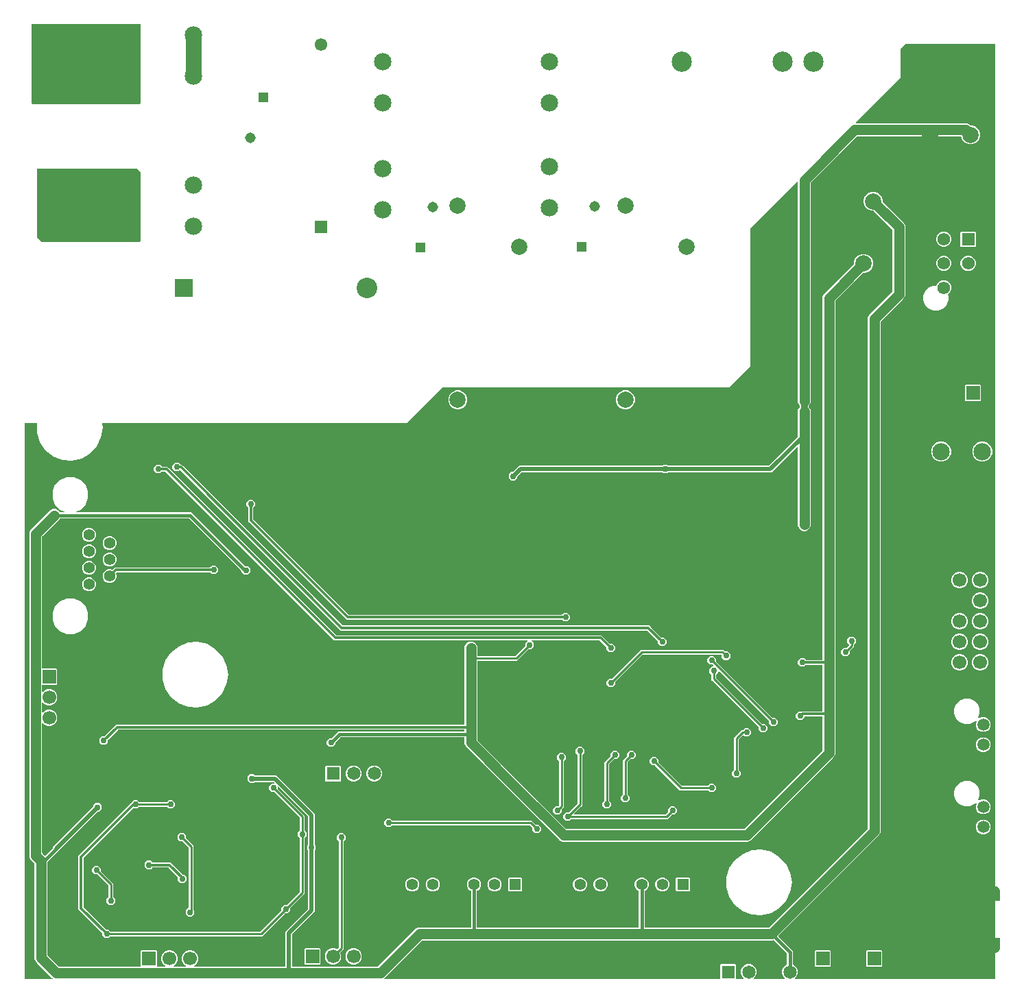
<source format=gbr>
G04 EAGLE Gerber RS-274X export*
G75*
%MOIN*%
%FSLAX34Y34*%
%LPD*%
%INBottom Copper*%
%IPPOS*%
%AMOC8*
5,1,8,0,0,1.08239X$1,22.5*%
G01*
%ADD10C,0.057087*%
%ADD11C,0.047244*%
%ADD12C,0.059055*%
%ADD13C,0.066929*%
%ADD14R,0.066929X0.066929*%
%ADD15R,0.064961X0.064961*%
%ADD16C,0.064961*%
%ADD17C,0.084646*%
%ADD18R,0.055000X0.055000*%
%ADD19C,0.055000*%
%ADD20R,0.061811X0.061811*%
%ADD21C,0.061811*%
%ADD22R,0.078740X0.078740*%
%ADD23C,0.078740*%
%ADD24R,0.051496X0.051496*%
%ADD25C,0.051496*%
%ADD26R,0.061024X0.061024*%
%ADD27C,0.061024*%
%ADD28C,0.098425*%
%ADD29R,0.090551X0.090551*%
%ADD30C,0.100000*%
%ADD31C,0.055433*%
%ADD32C,0.029780*%
%ADD33C,0.010000*%
%ADD34C,0.050000*%
%ADD35C,0.020000*%
%ADD36C,0.016000*%
%ADD37C,0.012000*%
%ADD38C,0.032000*%
%ADD39C,0.075000*%

G36*
X1742Y401D02*
X1742Y401D01*
X1745Y401D01*
X1747Y402D01*
X1749Y402D01*
X1751Y404D01*
X1754Y405D01*
X1755Y406D01*
X1757Y407D01*
X1759Y409D01*
X1761Y411D01*
X1762Y412D01*
X1764Y414D01*
X1765Y417D01*
X1766Y419D01*
X1767Y421D01*
X1767Y423D01*
X1768Y425D01*
X1768Y428D01*
X1768Y430D01*
X1768Y432D01*
X1768Y435D01*
X1767Y438D01*
X1767Y440D01*
X1766Y441D01*
X1765Y444D01*
X1763Y447D01*
X1761Y449D01*
X1761Y450D01*
X1760Y451D01*
X1028Y1182D01*
X937Y1274D01*
X889Y1388D01*
X889Y6009D01*
X889Y6013D01*
X888Y6017D01*
X888Y6018D01*
X888Y6019D01*
X886Y6022D01*
X884Y6026D01*
X883Y6027D01*
X883Y6028D01*
X881Y6030D01*
X687Y6224D01*
X639Y6338D01*
X639Y22112D01*
X687Y22226D01*
X1674Y23213D01*
X1788Y23261D01*
X1912Y23261D01*
X2026Y23213D01*
X2113Y23126D01*
X2121Y23109D01*
X2123Y23105D01*
X2126Y23101D01*
X2129Y23098D01*
X2133Y23095D01*
X2138Y23093D01*
X2142Y23091D01*
X2148Y23091D01*
X2306Y23091D01*
X2309Y23091D01*
X2313Y23092D01*
X2314Y23092D01*
X2315Y23092D01*
X2318Y23094D01*
X2322Y23096D01*
X2323Y23096D01*
X2323Y23097D01*
X2326Y23100D01*
X2329Y23102D01*
X2329Y23103D01*
X2330Y23104D01*
X2331Y23107D01*
X2333Y23111D01*
X2333Y23112D01*
X2334Y23113D01*
X2334Y23116D01*
X2335Y23120D01*
X2335Y23121D01*
X2335Y23122D01*
X2334Y23126D01*
X2333Y23130D01*
X2332Y23131D01*
X2330Y23135D01*
X2329Y23138D01*
X2328Y23139D01*
X2327Y23139D01*
X2324Y23142D01*
X2321Y23145D01*
X2320Y23145D01*
X2319Y23146D01*
X2317Y23147D01*
X2143Y23219D01*
X1899Y23463D01*
X1767Y23781D01*
X1767Y24125D01*
X1899Y24443D01*
X2143Y24686D01*
X2461Y24818D01*
X2805Y24818D01*
X3123Y24686D01*
X3366Y24443D01*
X3498Y24125D01*
X3498Y23781D01*
X3366Y23463D01*
X3123Y23219D01*
X2949Y23147D01*
X2945Y23145D01*
X2942Y23143D01*
X2941Y23142D01*
X2938Y23139D01*
X2935Y23136D01*
X2935Y23135D01*
X2934Y23135D01*
X2933Y23131D01*
X2932Y23127D01*
X2931Y23126D01*
X2931Y23122D01*
X2931Y23118D01*
X2931Y23117D01*
X2931Y23116D01*
X2932Y23112D01*
X2933Y23109D01*
X2933Y23108D01*
X2934Y23107D01*
X2936Y23104D01*
X2938Y23101D01*
X2939Y23100D01*
X2939Y23099D01*
X2942Y23097D01*
X2945Y23095D01*
X2946Y23094D01*
X2947Y23094D01*
X2951Y23093D01*
X2954Y23091D01*
X2956Y23091D01*
X2957Y23091D01*
X2960Y23091D01*
X8508Y23091D01*
X11106Y20493D01*
X11109Y20491D01*
X11112Y20488D01*
X11113Y20488D01*
X11114Y20488D01*
X11117Y20487D01*
X11121Y20485D01*
X11122Y20485D01*
X11123Y20485D01*
X11124Y20485D01*
X11127Y20485D01*
X11262Y20485D01*
X11385Y20362D01*
X11385Y20188D01*
X11262Y20065D01*
X11088Y20065D01*
X10965Y20188D01*
X10965Y20223D01*
X10965Y20227D01*
X10964Y20231D01*
X10964Y20232D01*
X10964Y20233D01*
X10962Y20236D01*
X10960Y20240D01*
X10960Y20241D01*
X10959Y20241D01*
X10959Y20242D01*
X10957Y20244D01*
X8400Y22801D01*
X8397Y22803D01*
X8394Y22805D01*
X8393Y22806D01*
X8392Y22806D01*
X8389Y22807D01*
X8385Y22809D01*
X8384Y22809D01*
X8383Y22809D01*
X8380Y22809D01*
X2148Y22809D01*
X2147Y22809D01*
X2143Y22808D01*
X2138Y22808D01*
X2134Y22805D01*
X2130Y22803D01*
X2126Y22800D01*
X2123Y22796D01*
X2121Y22791D01*
X2113Y22774D01*
X1269Y21930D01*
X1267Y21927D01*
X1265Y21924D01*
X1264Y21923D01*
X1264Y21922D01*
X1263Y21918D01*
X1261Y21915D01*
X1261Y21913D01*
X1261Y21912D01*
X1261Y21909D01*
X1261Y15525D01*
X1261Y15524D01*
X1261Y15523D01*
X1262Y15519D01*
X1262Y15515D01*
X1263Y15514D01*
X1263Y15513D01*
X1265Y15510D01*
X1267Y15507D01*
X1268Y15506D01*
X1268Y15505D01*
X1271Y15503D01*
X1274Y15500D01*
X1275Y15500D01*
X1276Y15499D01*
X1279Y15498D01*
X1283Y15496D01*
X1284Y15496D01*
X1285Y15496D01*
X1290Y15495D01*
X1960Y15495D01*
X1995Y15460D01*
X1995Y14740D01*
X1960Y14705D01*
X1290Y14705D01*
X1289Y14704D01*
X1288Y14705D01*
X1284Y14704D01*
X1281Y14703D01*
X1280Y14703D01*
X1279Y14702D01*
X1275Y14700D01*
X1272Y14699D01*
X1271Y14698D01*
X1271Y14697D01*
X1268Y14694D01*
X1266Y14692D01*
X1265Y14691D01*
X1265Y14690D01*
X1263Y14686D01*
X1262Y14683D01*
X1262Y14682D01*
X1261Y14681D01*
X1261Y14675D01*
X1261Y14391D01*
X1261Y14388D01*
X1261Y14385D01*
X1262Y14383D01*
X1262Y14381D01*
X1264Y14379D01*
X1265Y14376D01*
X1266Y14374D01*
X1267Y14373D01*
X1269Y14371D01*
X1271Y14368D01*
X1272Y14367D01*
X1274Y14366D01*
X1277Y14365D01*
X1279Y14363D01*
X1281Y14363D01*
X1283Y14362D01*
X1285Y14362D01*
X1288Y14361D01*
X1290Y14362D01*
X1292Y14361D01*
X1295Y14362D01*
X1298Y14362D01*
X1300Y14363D01*
X1301Y14364D01*
X1304Y14365D01*
X1307Y14366D01*
X1309Y14368D01*
X1309Y14369D01*
X1310Y14369D01*
X1311Y14370D01*
X1376Y14435D01*
X1521Y14495D01*
X1679Y14495D01*
X1824Y14435D01*
X1935Y14324D01*
X1995Y14179D01*
X1995Y14021D01*
X1935Y13876D01*
X1824Y13765D01*
X1679Y13705D01*
X1521Y13705D01*
X1376Y13765D01*
X1311Y13830D01*
X1308Y13832D01*
X1306Y13834D01*
X1304Y13835D01*
X1303Y13836D01*
X1300Y13837D01*
X1297Y13838D01*
X1296Y13838D01*
X1294Y13838D01*
X1291Y13838D01*
X1288Y13839D01*
X1286Y13838D01*
X1284Y13838D01*
X1281Y13837D01*
X1279Y13836D01*
X1277Y13835D01*
X1275Y13835D01*
X1273Y13833D01*
X1271Y13831D01*
X1269Y13830D01*
X1268Y13829D01*
X1266Y13826D01*
X1265Y13824D01*
X1264Y13822D01*
X1263Y13820D01*
X1262Y13818D01*
X1261Y13815D01*
X1261Y13812D01*
X1261Y13811D01*
X1261Y13809D01*
X1261Y13391D01*
X1261Y13388D01*
X1261Y13385D01*
X1262Y13383D01*
X1262Y13381D01*
X1264Y13379D01*
X1265Y13376D01*
X1266Y13374D01*
X1267Y13373D01*
X1269Y13371D01*
X1271Y13368D01*
X1272Y13367D01*
X1274Y13366D01*
X1277Y13365D01*
X1279Y13363D01*
X1281Y13363D01*
X1283Y13362D01*
X1285Y13362D01*
X1288Y13361D01*
X1290Y13362D01*
X1292Y13361D01*
X1295Y13362D01*
X1298Y13362D01*
X1300Y13363D01*
X1301Y13364D01*
X1304Y13365D01*
X1307Y13366D01*
X1309Y13368D01*
X1309Y13369D01*
X1310Y13369D01*
X1311Y13370D01*
X1376Y13435D01*
X1521Y13495D01*
X1679Y13495D01*
X1824Y13435D01*
X1935Y13324D01*
X1995Y13179D01*
X1995Y13021D01*
X1935Y12876D01*
X1824Y12765D01*
X1679Y12705D01*
X1521Y12705D01*
X1376Y12765D01*
X1311Y12830D01*
X1308Y12832D01*
X1306Y12834D01*
X1304Y12835D01*
X1303Y12836D01*
X1300Y12837D01*
X1297Y12838D01*
X1296Y12838D01*
X1294Y12838D01*
X1291Y12838D01*
X1288Y12839D01*
X1286Y12838D01*
X1284Y12838D01*
X1281Y12837D01*
X1279Y12836D01*
X1277Y12835D01*
X1275Y12835D01*
X1273Y12833D01*
X1271Y12831D01*
X1269Y12830D01*
X1268Y12829D01*
X1266Y12826D01*
X1265Y12824D01*
X1264Y12822D01*
X1263Y12820D01*
X1262Y12818D01*
X1261Y12815D01*
X1261Y12812D01*
X1261Y12811D01*
X1261Y12809D01*
X1261Y6541D01*
X1261Y6537D01*
X1262Y6533D01*
X1262Y6532D01*
X1262Y6531D01*
X1264Y6528D01*
X1266Y6524D01*
X1267Y6523D01*
X1267Y6522D01*
X1269Y6520D01*
X1375Y6415D01*
X1375Y6414D01*
X1376Y6414D01*
X1379Y6412D01*
X1382Y6409D01*
X1383Y6409D01*
X1384Y6409D01*
X1388Y6408D01*
X1391Y6407D01*
X1393Y6407D01*
X1394Y6406D01*
X1397Y6407D01*
X1401Y6407D01*
X1402Y6407D01*
X1403Y6407D01*
X1406Y6409D01*
X1410Y6410D01*
X1411Y6411D01*
X1412Y6411D01*
X1416Y6415D01*
X1781Y6780D01*
X1783Y6783D01*
X1785Y6786D01*
X1786Y6787D01*
X1786Y6788D01*
X1787Y6791D01*
X1789Y6795D01*
X1789Y6796D01*
X1789Y6797D01*
X1789Y6800D01*
X1789Y6817D01*
X3732Y8759D01*
X3734Y8762D01*
X3737Y8765D01*
X3737Y8766D01*
X3737Y8767D01*
X3738Y8771D01*
X3740Y8774D01*
X3740Y8776D01*
X3740Y8777D01*
X3740Y8780D01*
X3740Y8837D01*
X3863Y8960D01*
X4037Y8960D01*
X4160Y8837D01*
X4160Y8663D01*
X4037Y8540D01*
X3980Y8540D01*
X3976Y8540D01*
X3972Y8539D01*
X3971Y8539D01*
X3970Y8539D01*
X3967Y8537D01*
X3963Y8535D01*
X3962Y8535D01*
X3962Y8534D01*
X3961Y8534D01*
X3959Y8532D01*
X2017Y6589D01*
X2000Y6589D01*
X1996Y6589D01*
X1993Y6588D01*
X1992Y6588D01*
X1991Y6588D01*
X1987Y6586D01*
X1984Y6584D01*
X1983Y6583D01*
X1982Y6583D01*
X1980Y6581D01*
X1519Y6120D01*
X1517Y6117D01*
X1515Y6114D01*
X1514Y6113D01*
X1514Y6112D01*
X1513Y6109D01*
X1511Y6105D01*
X1511Y6104D01*
X1511Y6103D01*
X1511Y6102D01*
X1511Y6100D01*
X1511Y1591D01*
X1511Y1587D01*
X1512Y1583D01*
X1512Y1582D01*
X1512Y1581D01*
X1514Y1578D01*
X1516Y1574D01*
X1517Y1573D01*
X1517Y1572D01*
X1519Y1570D01*
X2070Y1019D01*
X2073Y1017D01*
X2076Y1015D01*
X2077Y1014D01*
X2078Y1014D01*
X2082Y1013D01*
X2085Y1011D01*
X2087Y1011D01*
X2088Y1011D01*
X2091Y1011D01*
X6025Y1011D01*
X6026Y1011D01*
X6027Y1011D01*
X6031Y1012D01*
X6035Y1012D01*
X6036Y1013D01*
X6037Y1013D01*
X6040Y1015D01*
X6043Y1017D01*
X6044Y1018D01*
X6045Y1018D01*
X6047Y1021D01*
X6050Y1024D01*
X6050Y1025D01*
X6051Y1026D01*
X6052Y1029D01*
X6054Y1033D01*
X6054Y1034D01*
X6054Y1035D01*
X6055Y1040D01*
X6055Y1760D01*
X6090Y1795D01*
X6810Y1795D01*
X6845Y1760D01*
X6845Y1040D01*
X6846Y1039D01*
X6845Y1038D01*
X6846Y1034D01*
X6847Y1031D01*
X6847Y1030D01*
X6848Y1029D01*
X6850Y1025D01*
X6851Y1022D01*
X6852Y1021D01*
X6853Y1021D01*
X6856Y1018D01*
X6858Y1016D01*
X6859Y1015D01*
X6860Y1015D01*
X6864Y1013D01*
X6867Y1012D01*
X6868Y1012D01*
X6869Y1011D01*
X6875Y1011D01*
X7209Y1011D01*
X7210Y1011D01*
X7211Y1011D01*
X7213Y1011D01*
X7215Y1011D01*
X7217Y1012D01*
X7219Y1012D01*
X7219Y1013D01*
X7220Y1013D01*
X7222Y1014D01*
X7224Y1015D01*
X7226Y1016D01*
X7227Y1017D01*
X7228Y1017D01*
X7228Y1018D01*
X7230Y1019D01*
X7232Y1021D01*
X7233Y1022D01*
X7234Y1024D01*
X7234Y1025D01*
X7235Y1027D01*
X7237Y1029D01*
X7237Y1031D01*
X7238Y1033D01*
X7238Y1034D01*
X7238Y1036D01*
X7239Y1038D01*
X7238Y1040D01*
X7239Y1042D01*
X7239Y1043D01*
X7238Y1046D01*
X7238Y1048D01*
X7237Y1050D01*
X7236Y1051D01*
X7236Y1052D01*
X7235Y1054D01*
X7234Y1057D01*
X7232Y1059D01*
X7231Y1059D01*
X7231Y1060D01*
X7230Y1060D01*
X7230Y1061D01*
X7115Y1176D01*
X7055Y1321D01*
X7055Y1479D01*
X7115Y1624D01*
X7226Y1735D01*
X7371Y1795D01*
X7529Y1795D01*
X7674Y1735D01*
X7785Y1624D01*
X7845Y1479D01*
X7845Y1321D01*
X7785Y1176D01*
X7670Y1061D01*
X7668Y1059D01*
X7667Y1057D01*
X7666Y1056D01*
X7665Y1054D01*
X7664Y1053D01*
X7664Y1051D01*
X7663Y1048D01*
X7662Y1048D01*
X7662Y1047D01*
X7662Y1045D01*
X7662Y1044D01*
X7662Y1041D01*
X7661Y1039D01*
X7661Y1038D01*
X7662Y1036D01*
X7662Y1034D01*
X7663Y1032D01*
X7663Y1030D01*
X7663Y1029D01*
X7664Y1029D01*
X7665Y1027D01*
X7665Y1025D01*
X7667Y1023D01*
X7668Y1021D01*
X7669Y1021D01*
X7670Y1019D01*
X7671Y1018D01*
X7673Y1017D01*
X7675Y1015D01*
X7676Y1015D01*
X7678Y1014D01*
X7680Y1013D01*
X7682Y1012D01*
X7684Y1011D01*
X7685Y1011D01*
X7688Y1011D01*
X7689Y1011D01*
X7691Y1011D01*
X8209Y1011D01*
X8210Y1011D01*
X8211Y1011D01*
X8213Y1011D01*
X8215Y1011D01*
X8217Y1012D01*
X8219Y1012D01*
X8219Y1013D01*
X8220Y1013D01*
X8222Y1014D01*
X8224Y1015D01*
X8226Y1016D01*
X8227Y1017D01*
X8228Y1017D01*
X8228Y1018D01*
X8230Y1019D01*
X8232Y1021D01*
X8233Y1022D01*
X8234Y1024D01*
X8234Y1025D01*
X8235Y1027D01*
X8237Y1029D01*
X8237Y1031D01*
X8238Y1033D01*
X8238Y1034D01*
X8238Y1036D01*
X8239Y1038D01*
X8238Y1040D01*
X8239Y1042D01*
X8239Y1043D01*
X8238Y1046D01*
X8238Y1048D01*
X8237Y1050D01*
X8236Y1051D01*
X8236Y1052D01*
X8235Y1054D01*
X8234Y1057D01*
X8232Y1059D01*
X8231Y1059D01*
X8231Y1060D01*
X8230Y1060D01*
X8230Y1061D01*
X8115Y1176D01*
X8055Y1321D01*
X8055Y1479D01*
X8115Y1624D01*
X8226Y1735D01*
X8371Y1795D01*
X8529Y1795D01*
X8674Y1735D01*
X8785Y1624D01*
X8845Y1479D01*
X8845Y1321D01*
X8785Y1176D01*
X8670Y1061D01*
X8668Y1059D01*
X8667Y1057D01*
X8666Y1056D01*
X8665Y1054D01*
X8664Y1053D01*
X8664Y1051D01*
X8663Y1048D01*
X8662Y1048D01*
X8662Y1047D01*
X8662Y1045D01*
X8662Y1044D01*
X8662Y1041D01*
X8661Y1039D01*
X8661Y1038D01*
X8662Y1036D01*
X8662Y1034D01*
X8663Y1032D01*
X8663Y1030D01*
X8663Y1029D01*
X8664Y1029D01*
X8665Y1027D01*
X8665Y1025D01*
X8667Y1023D01*
X8668Y1021D01*
X8669Y1021D01*
X8670Y1019D01*
X8671Y1018D01*
X8673Y1017D01*
X8675Y1015D01*
X8676Y1015D01*
X8678Y1014D01*
X8680Y1013D01*
X8682Y1012D01*
X8684Y1011D01*
X8685Y1011D01*
X8688Y1011D01*
X8689Y1011D01*
X8691Y1011D01*
X13060Y1011D01*
X13061Y1011D01*
X13062Y1011D01*
X13066Y1012D01*
X13069Y1012D01*
X13070Y1013D01*
X13071Y1013D01*
X13075Y1015D01*
X13078Y1017D01*
X13079Y1018D01*
X13082Y1021D01*
X13084Y1024D01*
X13085Y1025D01*
X13085Y1026D01*
X13087Y1029D01*
X13088Y1033D01*
X13088Y1034D01*
X13089Y1035D01*
X13089Y1040D01*
X13089Y2717D01*
X14181Y3808D01*
X14183Y3811D01*
X14185Y3814D01*
X14186Y3815D01*
X14186Y3816D01*
X14187Y3820D01*
X14189Y3823D01*
X14189Y3824D01*
X14189Y3825D01*
X14189Y3826D01*
X14189Y3829D01*
X14189Y6652D01*
X14189Y6656D01*
X14188Y6660D01*
X14188Y6661D01*
X14188Y6662D01*
X14186Y6665D01*
X14184Y6669D01*
X14183Y6670D01*
X14183Y6671D01*
X14181Y6673D01*
X14140Y6713D01*
X14140Y6887D01*
X14181Y6927D01*
X14183Y6930D01*
X14185Y6933D01*
X14186Y6934D01*
X14186Y6935D01*
X14187Y6939D01*
X14189Y6942D01*
X14189Y6944D01*
X14189Y6945D01*
X14189Y6948D01*
X14189Y8308D01*
X14189Y8312D01*
X14188Y8316D01*
X14188Y8317D01*
X14188Y8318D01*
X14186Y8321D01*
X14184Y8325D01*
X14183Y8326D01*
X14183Y8327D01*
X14181Y8329D01*
X12760Y9750D01*
X12757Y9752D01*
X12755Y9754D01*
X12753Y9754D01*
X12752Y9756D01*
X12749Y9756D01*
X12746Y9758D01*
X12744Y9758D01*
X12743Y9758D01*
X12740Y9758D01*
X12737Y9758D01*
X12735Y9758D01*
X12733Y9758D01*
X12730Y9757D01*
X12727Y9756D01*
X12726Y9755D01*
X12724Y9755D01*
X12722Y9753D01*
X12719Y9751D01*
X12718Y9750D01*
X12717Y9748D01*
X12715Y9746D01*
X12713Y9744D01*
X12713Y9742D01*
X12712Y9740D01*
X12711Y9737D01*
X12710Y9735D01*
X12710Y9732D01*
X12710Y9731D01*
X12710Y9730D01*
X12710Y9729D01*
X12710Y9659D01*
X12710Y9655D01*
X12711Y9651D01*
X12711Y9650D01*
X12713Y9646D01*
X12715Y9643D01*
X12715Y9642D01*
X12716Y9641D01*
X12718Y9638D01*
X14011Y8346D01*
X14011Y7648D01*
X14011Y7644D01*
X14012Y7640D01*
X14012Y7639D01*
X14012Y7638D01*
X14014Y7635D01*
X14016Y7631D01*
X14017Y7630D01*
X14017Y7629D01*
X14019Y7627D01*
X14110Y7537D01*
X14110Y7363D01*
X14019Y7273D01*
X14017Y7270D01*
X14015Y7267D01*
X14014Y7266D01*
X14014Y7265D01*
X14013Y7261D01*
X14011Y7258D01*
X14011Y7256D01*
X14011Y7255D01*
X14011Y7252D01*
X14011Y4554D01*
X13318Y3862D01*
X13316Y3858D01*
X13313Y3855D01*
X13313Y3854D01*
X13312Y3850D01*
X13310Y3846D01*
X13310Y3845D01*
X13310Y3844D01*
X13310Y3841D01*
X13310Y3713D01*
X13187Y3590D01*
X13059Y3590D01*
X13055Y3590D01*
X13051Y3589D01*
X13050Y3589D01*
X13046Y3587D01*
X13043Y3585D01*
X13042Y3585D01*
X13041Y3584D01*
X13038Y3582D01*
X11946Y2489D01*
X4598Y2489D01*
X4594Y2489D01*
X4590Y2488D01*
X4589Y2488D01*
X4588Y2488D01*
X4585Y2486D01*
X4581Y2484D01*
X4580Y2483D01*
X4579Y2483D01*
X4577Y2481D01*
X4487Y2390D01*
X4313Y2390D01*
X4190Y2513D01*
X4190Y2627D01*
X4190Y2631D01*
X4189Y2635D01*
X4189Y2636D01*
X4187Y2640D01*
X4185Y2643D01*
X4185Y2644D01*
X4184Y2645D01*
X4182Y2647D01*
X3029Y3800D01*
X3029Y6400D01*
X5582Y8953D01*
X5584Y8956D01*
X5587Y8959D01*
X5587Y8960D01*
X5588Y8964D01*
X5590Y8968D01*
X5590Y8969D01*
X5590Y8970D01*
X5590Y8973D01*
X5590Y8987D01*
X5713Y9110D01*
X5887Y9110D01*
X5977Y9019D01*
X5980Y9017D01*
X5983Y9015D01*
X5984Y9014D01*
X5985Y9014D01*
X5989Y9013D01*
X5992Y9011D01*
X5994Y9011D01*
X5995Y9011D01*
X5998Y9011D01*
X7302Y9011D01*
X7306Y9011D01*
X7310Y9012D01*
X7311Y9012D01*
X7312Y9012D01*
X7315Y9014D01*
X7319Y9016D01*
X7320Y9017D01*
X7321Y9017D01*
X7323Y9019D01*
X7413Y9110D01*
X7587Y9110D01*
X7710Y8987D01*
X7710Y8813D01*
X7587Y8690D01*
X7413Y8690D01*
X7323Y8781D01*
X7320Y8783D01*
X7317Y8785D01*
X7316Y8786D01*
X7315Y8786D01*
X7311Y8787D01*
X7308Y8789D01*
X7306Y8789D01*
X7305Y8789D01*
X7302Y8789D01*
X5998Y8789D01*
X5994Y8789D01*
X5990Y8788D01*
X5989Y8788D01*
X5988Y8788D01*
X5985Y8786D01*
X5981Y8784D01*
X5980Y8783D01*
X5979Y8783D01*
X5977Y8781D01*
X5887Y8690D01*
X5713Y8690D01*
X5708Y8696D01*
X5707Y8696D01*
X5706Y8697D01*
X5703Y8699D01*
X5700Y8701D01*
X5699Y8702D01*
X5698Y8702D01*
X5694Y8703D01*
X5691Y8704D01*
X5690Y8704D01*
X5689Y8704D01*
X5685Y8704D01*
X5681Y8704D01*
X5680Y8703D01*
X5679Y8703D01*
X5676Y8702D01*
X5672Y8700D01*
X5671Y8699D01*
X5666Y8696D01*
X3279Y6309D01*
X3277Y6305D01*
X3275Y6302D01*
X3274Y6301D01*
X3273Y6297D01*
X3271Y6293D01*
X3271Y6292D01*
X3271Y6291D01*
X3271Y6288D01*
X3271Y3912D01*
X3271Y3908D01*
X3272Y3904D01*
X3272Y3903D01*
X3274Y3899D01*
X3276Y3896D01*
X3277Y3895D01*
X3277Y3894D01*
X3279Y3891D01*
X4353Y2818D01*
X4356Y2816D01*
X4359Y2813D01*
X4360Y2813D01*
X4364Y2812D01*
X4368Y2810D01*
X4369Y2810D01*
X4370Y2810D01*
X4373Y2810D01*
X4487Y2810D01*
X4577Y2719D01*
X4580Y2717D01*
X4583Y2715D01*
X4584Y2714D01*
X4585Y2714D01*
X4589Y2713D01*
X4592Y2711D01*
X4594Y2711D01*
X4595Y2711D01*
X4598Y2711D01*
X11842Y2711D01*
X11846Y2711D01*
X11850Y2712D01*
X11851Y2712D01*
X11855Y2714D01*
X11859Y2716D01*
X11859Y2717D01*
X11860Y2717D01*
X11861Y2718D01*
X11863Y2719D01*
X12882Y3738D01*
X12884Y3742D01*
X12887Y3745D01*
X12887Y3746D01*
X12888Y3750D01*
X12890Y3754D01*
X12890Y3755D01*
X12890Y3756D01*
X12890Y3759D01*
X12890Y3887D01*
X13013Y4010D01*
X13141Y4010D01*
X13145Y4010D01*
X13149Y4011D01*
X13150Y4011D01*
X13154Y4013D01*
X13157Y4015D01*
X13158Y4015D01*
X13159Y4016D01*
X13162Y4018D01*
X13781Y4637D01*
X13783Y4641D01*
X13785Y4644D01*
X13786Y4644D01*
X13786Y4645D01*
X13787Y4649D01*
X13789Y4653D01*
X13789Y4654D01*
X13789Y4655D01*
X13789Y4658D01*
X13789Y7252D01*
X13789Y7256D01*
X13788Y7260D01*
X13788Y7261D01*
X13788Y7262D01*
X13786Y7265D01*
X13784Y7269D01*
X13783Y7270D01*
X13783Y7271D01*
X13781Y7273D01*
X13690Y7363D01*
X13690Y7537D01*
X13781Y7627D01*
X13783Y7630D01*
X13785Y7633D01*
X13786Y7634D01*
X13786Y7635D01*
X13787Y7639D01*
X13789Y7642D01*
X13789Y7644D01*
X13789Y7645D01*
X13789Y7648D01*
X13789Y8242D01*
X13789Y8246D01*
X13788Y8250D01*
X13788Y8251D01*
X13786Y8255D01*
X13784Y8259D01*
X13783Y8259D01*
X13783Y8260D01*
X13781Y8263D01*
X12562Y9482D01*
X12558Y9484D01*
X12555Y9487D01*
X12554Y9487D01*
X12550Y9488D01*
X12546Y9490D01*
X12545Y9490D01*
X12544Y9490D01*
X12541Y9490D01*
X12413Y9490D01*
X12290Y9613D01*
X12290Y9787D01*
X12413Y9910D01*
X12529Y9910D01*
X12532Y9910D01*
X12535Y9910D01*
X12537Y9911D01*
X12539Y9911D01*
X12541Y9913D01*
X12544Y9914D01*
X12545Y9915D01*
X12547Y9916D01*
X12549Y9918D01*
X12551Y9920D01*
X12552Y9921D01*
X12554Y9923D01*
X12555Y9925D01*
X12556Y9928D01*
X12557Y9930D01*
X12558Y9931D01*
X12558Y9934D01*
X12558Y9937D01*
X12558Y9939D01*
X12558Y9941D01*
X12558Y9944D01*
X12557Y9947D01*
X12557Y9948D01*
X12556Y9950D01*
X12555Y9953D01*
X12553Y9955D01*
X12552Y9958D01*
X12551Y9958D01*
X12551Y9959D01*
X12550Y9960D01*
X12529Y9981D01*
X12526Y9983D01*
X12523Y9985D01*
X12522Y9986D01*
X12521Y9986D01*
X12517Y9987D01*
X12514Y9989D01*
X12512Y9989D01*
X12511Y9989D01*
X12508Y9989D01*
X11598Y9989D01*
X11594Y9989D01*
X11590Y9988D01*
X11589Y9988D01*
X11588Y9988D01*
X11585Y9986D01*
X11581Y9984D01*
X11580Y9983D01*
X11579Y9983D01*
X11577Y9981D01*
X11537Y9940D01*
X11363Y9940D01*
X11240Y10063D01*
X11240Y10237D01*
X11363Y10360D01*
X11537Y10360D01*
X11577Y10319D01*
X11580Y10317D01*
X11583Y10315D01*
X11584Y10314D01*
X11585Y10314D01*
X11589Y10313D01*
X11592Y10311D01*
X11594Y10311D01*
X11595Y10311D01*
X11598Y10311D01*
X12653Y10311D01*
X14408Y8556D01*
X14511Y8453D01*
X14511Y6948D01*
X14511Y6944D01*
X14512Y6940D01*
X14512Y6939D01*
X14512Y6938D01*
X14514Y6935D01*
X14516Y6931D01*
X14517Y6930D01*
X14517Y6929D01*
X14519Y6927D01*
X14560Y6887D01*
X14560Y6713D01*
X14519Y6673D01*
X14517Y6670D01*
X14515Y6667D01*
X14514Y6666D01*
X14514Y6665D01*
X14513Y6661D01*
X14511Y6658D01*
X14511Y6656D01*
X14511Y6655D01*
X14511Y6652D01*
X14511Y3683D01*
X13419Y2592D01*
X13417Y2589D01*
X13415Y2586D01*
X13414Y2585D01*
X13414Y2584D01*
X13413Y2580D01*
X13411Y2577D01*
X13411Y2576D01*
X13411Y2575D01*
X13411Y2574D01*
X13411Y2571D01*
X13411Y1040D01*
X13411Y1039D01*
X13411Y1038D01*
X13412Y1034D01*
X13412Y1031D01*
X13413Y1030D01*
X13413Y1029D01*
X13415Y1025D01*
X13417Y1022D01*
X13418Y1021D01*
X13421Y1018D01*
X13424Y1016D01*
X13425Y1015D01*
X13426Y1015D01*
X13429Y1013D01*
X13433Y1012D01*
X13434Y1012D01*
X13435Y1011D01*
X13440Y1011D01*
X17559Y1011D01*
X17563Y1011D01*
X17567Y1012D01*
X17568Y1012D01*
X17569Y1012D01*
X17572Y1014D01*
X17576Y1016D01*
X17577Y1017D01*
X17578Y1017D01*
X17580Y1019D01*
X19424Y2863D01*
X19538Y2911D01*
X22080Y2911D01*
X22081Y2911D01*
X22082Y2911D01*
X22086Y2912D01*
X22089Y2912D01*
X22090Y2913D01*
X22091Y2913D01*
X22095Y2915D01*
X22098Y2917D01*
X22099Y2918D01*
X22102Y2921D01*
X22104Y2924D01*
X22105Y2925D01*
X22105Y2926D01*
X22107Y2929D01*
X22108Y2933D01*
X22108Y2934D01*
X22109Y2935D01*
X22109Y2940D01*
X22109Y4675D01*
X22109Y4676D01*
X22108Y4680D01*
X22108Y4685D01*
X22105Y4689D01*
X22103Y4693D01*
X22100Y4697D01*
X22096Y4700D01*
X22091Y4702D01*
X22060Y4715D01*
X21965Y4810D01*
X21914Y4933D01*
X21914Y5067D01*
X21965Y5190D01*
X22060Y5285D01*
X22183Y5336D01*
X22317Y5336D01*
X22440Y5285D01*
X22535Y5190D01*
X22586Y5067D01*
X22586Y4933D01*
X22535Y4810D01*
X22440Y4715D01*
X22409Y4702D01*
X22405Y4700D01*
X22401Y4697D01*
X22398Y4694D01*
X22395Y4690D01*
X22393Y4685D01*
X22391Y4681D01*
X22391Y4675D01*
X22391Y2940D01*
X22391Y2939D01*
X22391Y2938D01*
X22392Y2934D01*
X22392Y2931D01*
X22393Y2930D01*
X22393Y2929D01*
X22395Y2925D01*
X22397Y2922D01*
X22398Y2921D01*
X22401Y2918D01*
X22404Y2916D01*
X22405Y2915D01*
X22406Y2915D01*
X22409Y2913D01*
X22413Y2912D01*
X22414Y2912D01*
X22415Y2911D01*
X22420Y2911D01*
X30230Y2911D01*
X30231Y2911D01*
X30232Y2911D01*
X30236Y2912D01*
X30239Y2912D01*
X30240Y2913D01*
X30241Y2913D01*
X30245Y2915D01*
X30248Y2917D01*
X30249Y2918D01*
X30252Y2921D01*
X30254Y2924D01*
X30255Y2925D01*
X30255Y2926D01*
X30257Y2929D01*
X30258Y2933D01*
X30258Y2934D01*
X30259Y2935D01*
X30259Y2940D01*
X30259Y4675D01*
X30259Y4676D01*
X30258Y4680D01*
X30258Y4685D01*
X30255Y4689D01*
X30253Y4693D01*
X30250Y4697D01*
X30246Y4700D01*
X30241Y4702D01*
X30210Y4715D01*
X30115Y4810D01*
X30064Y4933D01*
X30064Y5067D01*
X30115Y5190D01*
X30210Y5285D01*
X30333Y5336D01*
X30467Y5336D01*
X30590Y5285D01*
X30685Y5190D01*
X30736Y5067D01*
X30736Y4933D01*
X30685Y4810D01*
X30590Y4715D01*
X30559Y4702D01*
X30555Y4700D01*
X30551Y4697D01*
X30548Y4694D01*
X30545Y4690D01*
X30543Y4685D01*
X30541Y4681D01*
X30541Y4675D01*
X30541Y2940D01*
X30541Y2939D01*
X30541Y2938D01*
X30542Y2934D01*
X30542Y2931D01*
X30543Y2930D01*
X30543Y2929D01*
X30545Y2925D01*
X30547Y2922D01*
X30548Y2921D01*
X30551Y2918D01*
X30554Y2916D01*
X30555Y2915D01*
X30556Y2915D01*
X30559Y2913D01*
X30563Y2912D01*
X30564Y2912D01*
X30565Y2911D01*
X30570Y2911D01*
X36559Y2911D01*
X36563Y2911D01*
X36567Y2912D01*
X36568Y2912D01*
X36569Y2912D01*
X36572Y2914D01*
X36576Y2916D01*
X36577Y2917D01*
X36578Y2917D01*
X36580Y2919D01*
X41381Y7720D01*
X41383Y7723D01*
X41385Y7726D01*
X41386Y7727D01*
X41386Y7728D01*
X41387Y7732D01*
X41389Y7735D01*
X41389Y7737D01*
X41389Y7738D01*
X41389Y7741D01*
X41389Y32562D01*
X41437Y32676D01*
X41528Y32768D01*
X42581Y33820D01*
X42583Y33823D01*
X42585Y33826D01*
X42586Y33827D01*
X42586Y33828D01*
X42587Y33832D01*
X42589Y33835D01*
X42589Y33837D01*
X42589Y33838D01*
X42589Y33841D01*
X42589Y36825D01*
X42589Y36829D01*
X42588Y36833D01*
X42588Y36834D01*
X42586Y36838D01*
X42584Y36841D01*
X42583Y36842D01*
X42583Y36843D01*
X42581Y36846D01*
X41674Y37753D01*
X41670Y37755D01*
X41667Y37758D01*
X41666Y37758D01*
X41662Y37759D01*
X41658Y37761D01*
X41657Y37761D01*
X41656Y37761D01*
X41653Y37761D01*
X41560Y37761D01*
X41393Y37830D01*
X41265Y37958D01*
X41196Y38125D01*
X41196Y38306D01*
X41265Y38473D01*
X41393Y38601D01*
X41560Y38670D01*
X41740Y38670D01*
X41907Y38601D01*
X42035Y38473D01*
X42104Y38306D01*
X42104Y38213D01*
X42105Y38209D01*
X42106Y38205D01*
X42106Y38204D01*
X42106Y38203D01*
X42108Y38200D01*
X42110Y38196D01*
X42110Y38195D01*
X42111Y38195D01*
X42111Y38194D01*
X42113Y38192D01*
X43163Y37142D01*
X43211Y37028D01*
X43211Y33638D01*
X43163Y33524D01*
X43072Y33432D01*
X42019Y32380D01*
X42017Y32377D01*
X42015Y32374D01*
X42014Y32373D01*
X42014Y32372D01*
X42013Y32368D01*
X42011Y32365D01*
X42011Y32363D01*
X42011Y32362D01*
X42011Y32359D01*
X42011Y7538D01*
X41963Y7424D01*
X37040Y2500D01*
X37039Y2500D01*
X37039Y2499D01*
X37037Y2496D01*
X37034Y2493D01*
X37034Y2492D01*
X37034Y2491D01*
X37033Y2487D01*
X37032Y2484D01*
X37032Y2482D01*
X37031Y2481D01*
X37032Y2478D01*
X37032Y2474D01*
X37032Y2473D01*
X37032Y2472D01*
X37034Y2469D01*
X37035Y2465D01*
X37036Y2464D01*
X37036Y2463D01*
X37040Y2459D01*
X37741Y1758D01*
X37741Y1129D01*
X37741Y1128D01*
X37742Y1124D01*
X37742Y1119D01*
X37745Y1115D01*
X37747Y1111D01*
X37750Y1107D01*
X37754Y1104D01*
X37759Y1102D01*
X37818Y1077D01*
X37927Y968D01*
X37986Y827D01*
X37986Y673D01*
X37927Y532D01*
X37846Y451D01*
X37844Y448D01*
X37842Y446D01*
X37841Y444D01*
X37840Y443D01*
X37840Y440D01*
X37838Y437D01*
X37838Y436D01*
X37838Y434D01*
X37838Y431D01*
X37837Y428D01*
X37838Y426D01*
X37838Y424D01*
X37839Y421D01*
X37840Y419D01*
X37841Y417D01*
X37841Y415D01*
X37843Y413D01*
X37845Y411D01*
X37846Y409D01*
X37847Y408D01*
X37850Y406D01*
X37852Y405D01*
X37854Y404D01*
X37856Y403D01*
X37858Y402D01*
X37861Y401D01*
X37864Y401D01*
X37865Y401D01*
X37867Y401D01*
X47570Y401D01*
X47571Y401D01*
X47572Y401D01*
X47576Y402D01*
X47579Y402D01*
X47580Y403D01*
X47581Y403D01*
X47585Y405D01*
X47588Y407D01*
X47589Y408D01*
X47592Y411D01*
X47594Y414D01*
X47595Y415D01*
X47595Y416D01*
X47597Y419D01*
X47598Y423D01*
X47598Y424D01*
X47599Y425D01*
X47599Y430D01*
X47599Y1685D01*
X47606Y1685D01*
X47650Y1690D01*
X47651Y1690D01*
X47692Y1704D01*
X47730Y1728D01*
X47761Y1759D01*
X47785Y1797D01*
X47799Y1838D01*
X47799Y1839D01*
X47800Y1840D01*
X47800Y1842D01*
X47800Y1843D01*
X47800Y1844D01*
X47800Y1845D01*
X47800Y1846D01*
X47800Y1848D01*
X47801Y1849D01*
X47801Y1850D01*
X47801Y1851D01*
X47801Y1853D01*
X47801Y1854D01*
X47801Y1855D01*
X47801Y1856D01*
X47802Y1857D01*
X47802Y1859D01*
X47802Y1860D01*
X47802Y1861D01*
X47802Y1862D01*
X47802Y1864D01*
X47802Y1865D01*
X47802Y1866D01*
X47803Y1867D01*
X47803Y1870D01*
X47803Y1871D01*
X47803Y1872D01*
X47803Y1873D01*
X47803Y1874D01*
X47804Y1876D01*
X47804Y1877D01*
X47804Y1878D01*
X47804Y1879D01*
X47804Y1881D01*
X47804Y1882D01*
X47804Y1883D01*
X47804Y2394D01*
X47803Y2396D01*
X47599Y2396D01*
X47599Y4204D01*
X47803Y4204D01*
X47804Y4205D01*
X47804Y4206D01*
X47804Y4717D01*
X47799Y4761D01*
X47799Y4762D01*
X47785Y4803D01*
X47761Y4841D01*
X47730Y4872D01*
X47692Y4896D01*
X47651Y4910D01*
X47650Y4910D01*
X47606Y4915D01*
X47599Y4915D01*
X47599Y45850D01*
X47599Y45851D01*
X47599Y45852D01*
X47598Y45856D01*
X47598Y45859D01*
X47597Y45860D01*
X47597Y45861D01*
X47595Y45865D01*
X47593Y45868D01*
X47592Y45869D01*
X47589Y45872D01*
X47586Y45874D01*
X47585Y45875D01*
X47584Y45875D01*
X47581Y45877D01*
X47577Y45878D01*
X47576Y45878D01*
X47575Y45879D01*
X47570Y45879D01*
X43250Y45879D01*
X43246Y45879D01*
X43242Y45878D01*
X43241Y45878D01*
X43237Y45876D01*
X43233Y45874D01*
X43233Y45873D01*
X43232Y45873D01*
X43229Y45871D01*
X42979Y45621D01*
X42977Y45617D01*
X42975Y45614D01*
X42974Y45614D01*
X42974Y45613D01*
X42973Y45609D01*
X42971Y45605D01*
X42971Y45604D01*
X42971Y45603D01*
X42971Y45600D01*
X42971Y44212D01*
X40819Y42061D01*
X40818Y42058D01*
X40816Y42056D01*
X40815Y42054D01*
X40814Y42053D01*
X40813Y42050D01*
X40812Y42047D01*
X40812Y42046D01*
X40811Y42044D01*
X40811Y42041D01*
X40811Y42038D01*
X40811Y42036D01*
X40811Y42034D01*
X40812Y42031D01*
X40813Y42029D01*
X40814Y42027D01*
X40815Y42025D01*
X40817Y42023D01*
X40818Y42021D01*
X40820Y42019D01*
X40821Y42018D01*
X40823Y42016D01*
X40826Y42015D01*
X40827Y42014D01*
X40829Y42013D01*
X40832Y42012D01*
X40835Y42011D01*
X40838Y42011D01*
X40839Y42011D01*
X40840Y42011D01*
X46196Y42011D01*
X46310Y41963D01*
X46361Y41913D01*
X46364Y41911D01*
X46367Y41908D01*
X46368Y41908D01*
X46368Y41907D01*
X46372Y41906D01*
X46376Y41905D01*
X46377Y41905D01*
X46378Y41905D01*
X46381Y41904D01*
X46475Y41904D01*
X46642Y41835D01*
X46770Y41707D01*
X46839Y41540D01*
X46839Y41360D01*
X46770Y41193D01*
X46642Y41065D01*
X46475Y40996D01*
X46294Y40996D01*
X46127Y41065D01*
X45999Y41193D01*
X45930Y41360D01*
X45930Y41361D01*
X45930Y41362D01*
X45929Y41366D01*
X45928Y41369D01*
X45928Y41370D01*
X45927Y41371D01*
X45925Y41375D01*
X45924Y41378D01*
X45923Y41379D01*
X45922Y41379D01*
X45919Y41382D01*
X45917Y41384D01*
X45916Y41385D01*
X45915Y41385D01*
X45911Y41387D01*
X45908Y41388D01*
X45907Y41388D01*
X45906Y41389D01*
X45901Y41389D01*
X40891Y41389D01*
X40887Y41389D01*
X40883Y41388D01*
X40882Y41388D01*
X40881Y41388D01*
X40878Y41386D01*
X40874Y41384D01*
X40873Y41383D01*
X40872Y41383D01*
X40870Y41381D01*
X38619Y39130D01*
X38617Y39127D01*
X38615Y39124D01*
X38614Y39123D01*
X38614Y39122D01*
X38613Y39118D01*
X38611Y39115D01*
X38611Y39113D01*
X38611Y39112D01*
X38611Y39109D01*
X38611Y28438D01*
X38563Y28324D01*
X38529Y28290D01*
X38527Y28287D01*
X38525Y28284D01*
X38524Y28283D01*
X38524Y28282D01*
X38523Y28278D01*
X38521Y28275D01*
X38521Y28273D01*
X38521Y28272D01*
X38521Y28269D01*
X38521Y28231D01*
X38521Y28227D01*
X38522Y28223D01*
X38522Y28222D01*
X38522Y28221D01*
X38524Y28218D01*
X38526Y28214D01*
X38527Y28213D01*
X38527Y28212D01*
X38529Y28210D01*
X38563Y28176D01*
X38611Y28062D01*
X38611Y22438D01*
X38563Y22324D01*
X38476Y22237D01*
X38362Y22189D01*
X38238Y22189D01*
X38124Y22237D01*
X38037Y22324D01*
X37989Y22438D01*
X37989Y26241D01*
X37989Y26244D01*
X37989Y26247D01*
X37988Y26249D01*
X37988Y26251D01*
X37986Y26253D01*
X37985Y26256D01*
X37984Y26258D01*
X37983Y26259D01*
X37981Y26261D01*
X37979Y26263D01*
X37978Y26264D01*
X37976Y26266D01*
X37973Y26267D01*
X37971Y26268D01*
X37969Y26269D01*
X37967Y26270D01*
X37965Y26270D01*
X37962Y26271D01*
X37960Y26270D01*
X37958Y26270D01*
X37955Y26270D01*
X37952Y26269D01*
X37950Y26269D01*
X37949Y26268D01*
X37946Y26267D01*
X37943Y26265D01*
X37941Y26264D01*
X37941Y26263D01*
X37940Y26263D01*
X37939Y26262D01*
X36717Y25039D01*
X31698Y25039D01*
X31694Y25039D01*
X31690Y25038D01*
X31689Y25038D01*
X31688Y25038D01*
X31685Y25036D01*
X31681Y25034D01*
X31680Y25033D01*
X31679Y25033D01*
X31677Y25031D01*
X31637Y24990D01*
X31463Y24990D01*
X31423Y25031D01*
X31420Y25033D01*
X31417Y25035D01*
X31416Y25036D01*
X31415Y25036D01*
X31411Y25037D01*
X31408Y25039D01*
X31406Y25039D01*
X31405Y25039D01*
X31402Y25039D01*
X24579Y25039D01*
X24575Y25039D01*
X24571Y25038D01*
X24570Y25038D01*
X24569Y25038D01*
X24566Y25036D01*
X24562Y25034D01*
X24561Y25033D01*
X24560Y25033D01*
X24558Y25031D01*
X24368Y24841D01*
X24366Y24838D01*
X24363Y24835D01*
X24363Y24834D01*
X24363Y24833D01*
X24362Y24829D01*
X24360Y24826D01*
X24360Y24824D01*
X24360Y24823D01*
X24360Y24820D01*
X24360Y24763D01*
X24237Y24640D01*
X24063Y24640D01*
X23940Y24763D01*
X23940Y24937D01*
X24063Y25060D01*
X24120Y25060D01*
X24124Y25060D01*
X24128Y25061D01*
X24129Y25061D01*
X24130Y25061D01*
X24133Y25063D01*
X24137Y25065D01*
X24138Y25065D01*
X24138Y25066D01*
X24139Y25066D01*
X24141Y25068D01*
X24433Y25361D01*
X31402Y25361D01*
X31406Y25361D01*
X31410Y25362D01*
X31411Y25362D01*
X31412Y25362D01*
X31415Y25364D01*
X31419Y25366D01*
X31420Y25367D01*
X31421Y25367D01*
X31423Y25369D01*
X31463Y25410D01*
X31637Y25410D01*
X31677Y25369D01*
X31680Y25367D01*
X31683Y25365D01*
X31684Y25364D01*
X31685Y25364D01*
X31689Y25363D01*
X31692Y25361D01*
X31694Y25361D01*
X31695Y25361D01*
X31698Y25361D01*
X36571Y25361D01*
X36575Y25361D01*
X36579Y25362D01*
X36580Y25362D01*
X36581Y25362D01*
X36584Y25364D01*
X36588Y25366D01*
X36589Y25367D01*
X36590Y25367D01*
X36592Y25369D01*
X37981Y26758D01*
X37983Y26761D01*
X37985Y26764D01*
X37986Y26765D01*
X37986Y26766D01*
X37987Y26770D01*
X37989Y26773D01*
X37989Y26774D01*
X37989Y26775D01*
X37989Y26776D01*
X37989Y26779D01*
X37989Y28062D01*
X38037Y28176D01*
X38071Y28210D01*
X38073Y28213D01*
X38075Y28216D01*
X38076Y28217D01*
X38076Y28218D01*
X38077Y28222D01*
X38079Y28225D01*
X38079Y28227D01*
X38079Y28228D01*
X38079Y28231D01*
X38079Y28269D01*
X38079Y28273D01*
X38078Y28277D01*
X38078Y28278D01*
X38078Y28279D01*
X38076Y28282D01*
X38074Y28286D01*
X38073Y28287D01*
X38073Y28288D01*
X38071Y28290D01*
X38037Y28324D01*
X37989Y28438D01*
X37989Y39160D01*
X37989Y39163D01*
X37989Y39166D01*
X37988Y39168D01*
X37988Y39169D01*
X37986Y39172D01*
X37985Y39175D01*
X37984Y39176D01*
X37983Y39178D01*
X37981Y39180D01*
X37979Y39182D01*
X37978Y39183D01*
X37976Y39184D01*
X37973Y39186D01*
X37971Y39187D01*
X37969Y39188D01*
X37967Y39188D01*
X37965Y39189D01*
X37962Y39189D01*
X37960Y39189D01*
X37958Y39189D01*
X37955Y39188D01*
X37952Y39188D01*
X37950Y39187D01*
X37949Y39187D01*
X37946Y39185D01*
X37943Y39184D01*
X37941Y39182D01*
X37940Y39181D01*
X37939Y39181D01*
X35679Y36921D01*
X35677Y36917D01*
X35675Y36914D01*
X35674Y36914D01*
X35674Y36913D01*
X35673Y36909D01*
X35671Y36905D01*
X35671Y36904D01*
X35671Y36903D01*
X35671Y36900D01*
X35671Y30212D01*
X34638Y29179D01*
X20750Y29179D01*
X20746Y29179D01*
X20742Y29178D01*
X20741Y29178D01*
X20737Y29176D01*
X20733Y29174D01*
X20733Y29173D01*
X20732Y29173D01*
X20729Y29171D01*
X18988Y27429D01*
X4200Y27429D01*
X4197Y27429D01*
X4193Y27429D01*
X4192Y27428D01*
X4190Y27428D01*
X4188Y27426D01*
X4185Y27425D01*
X4183Y27424D01*
X4182Y27423D01*
X4180Y27421D01*
X4177Y27419D01*
X4177Y27417D01*
X4175Y27416D01*
X4174Y27413D01*
X4173Y27410D01*
X4172Y27409D01*
X4172Y27407D01*
X4171Y27404D01*
X4171Y27401D01*
X4171Y27399D01*
X4171Y27398D01*
X4171Y27397D01*
X4171Y27396D01*
X4200Y27200D01*
X4129Y26728D01*
X3922Y26298D01*
X3598Y25949D01*
X3185Y25710D01*
X2720Y25604D01*
X2244Y25640D01*
X1800Y25814D01*
X1427Y26111D01*
X1158Y26506D01*
X1017Y26961D01*
X1017Y27400D01*
X1017Y27401D01*
X1017Y27402D01*
X1017Y27406D01*
X1016Y27409D01*
X1015Y27410D01*
X1015Y27411D01*
X1013Y27415D01*
X1011Y27418D01*
X1011Y27419D01*
X1010Y27419D01*
X1007Y27422D01*
X1004Y27424D01*
X1003Y27425D01*
X999Y27427D01*
X996Y27428D01*
X995Y27428D01*
X994Y27429D01*
X988Y27429D01*
X430Y27429D01*
X429Y27429D01*
X428Y27429D01*
X424Y27428D01*
X421Y27428D01*
X420Y27427D01*
X419Y27427D01*
X415Y27425D01*
X412Y27423D01*
X411Y27422D01*
X408Y27419D01*
X406Y27416D01*
X405Y27415D01*
X405Y27414D01*
X403Y27411D01*
X402Y27407D01*
X402Y27406D01*
X401Y27405D01*
X401Y27400D01*
X401Y430D01*
X401Y429D01*
X401Y428D01*
X402Y424D01*
X402Y421D01*
X403Y420D01*
X403Y419D01*
X405Y415D01*
X407Y412D01*
X408Y411D01*
X411Y408D01*
X414Y406D01*
X415Y405D01*
X416Y405D01*
X419Y403D01*
X423Y402D01*
X424Y402D01*
X425Y401D01*
X430Y401D01*
X1739Y401D01*
X1742Y401D01*
G37*
%LPC*%
G36*
X26538Y7089D02*
X26538Y7089D01*
X26424Y7137D01*
X21837Y11724D01*
X21789Y11838D01*
X21789Y12130D01*
X21789Y12131D01*
X21789Y12132D01*
X21788Y12136D01*
X21788Y12139D01*
X21787Y12140D01*
X21787Y12141D01*
X21785Y12145D01*
X21783Y12148D01*
X21782Y12149D01*
X21779Y12152D01*
X21776Y12154D01*
X21775Y12155D01*
X21774Y12155D01*
X21771Y12157D01*
X21767Y12158D01*
X21766Y12158D01*
X21765Y12159D01*
X21760Y12159D01*
X15770Y12159D01*
X15766Y12159D01*
X15763Y12158D01*
X15762Y12158D01*
X15761Y12158D01*
X15757Y12156D01*
X15754Y12154D01*
X15753Y12153D01*
X15752Y12153D01*
X15752Y12152D01*
X15750Y12151D01*
X15518Y11919D01*
X15516Y11916D01*
X15513Y11913D01*
X15513Y11912D01*
X15513Y11911D01*
X15512Y11908D01*
X15510Y11904D01*
X15510Y11903D01*
X15510Y11902D01*
X15510Y11901D01*
X15510Y11898D01*
X15510Y11813D01*
X15387Y11690D01*
X15213Y11690D01*
X15090Y11813D01*
X15090Y11987D01*
X15213Y12110D01*
X15298Y12110D01*
X15302Y12110D01*
X15306Y12111D01*
X15307Y12111D01*
X15308Y12111D01*
X15311Y12113D01*
X15315Y12115D01*
X15316Y12115D01*
X15316Y12116D01*
X15317Y12116D01*
X15319Y12118D01*
X15642Y12441D01*
X21760Y12441D01*
X21761Y12441D01*
X21762Y12441D01*
X21766Y12442D01*
X21769Y12442D01*
X21770Y12443D01*
X21771Y12443D01*
X21775Y12445D01*
X21778Y12447D01*
X21779Y12448D01*
X21782Y12451D01*
X21784Y12454D01*
X21785Y12455D01*
X21785Y12456D01*
X21787Y12459D01*
X21788Y12463D01*
X21788Y12464D01*
X21789Y12465D01*
X21789Y12470D01*
X21789Y12500D01*
X21789Y12501D01*
X21789Y12502D01*
X21788Y12506D01*
X21788Y12509D01*
X21787Y12510D01*
X21787Y12511D01*
X21785Y12515D01*
X21783Y12518D01*
X21782Y12519D01*
X21779Y12522D01*
X21776Y12524D01*
X21775Y12525D01*
X21774Y12525D01*
X21771Y12527D01*
X21767Y12528D01*
X21766Y12528D01*
X21765Y12529D01*
X21760Y12529D01*
X4962Y12529D01*
X4958Y12529D01*
X4954Y12528D01*
X4953Y12528D01*
X4949Y12526D01*
X4946Y12524D01*
X4945Y12523D01*
X4944Y12523D01*
X4941Y12521D01*
X4468Y12047D01*
X4466Y12044D01*
X4463Y12041D01*
X4463Y12040D01*
X4462Y12036D01*
X4460Y12032D01*
X4460Y12031D01*
X4460Y12030D01*
X4460Y12027D01*
X4460Y11913D01*
X4337Y11790D01*
X4163Y11790D01*
X4040Y11913D01*
X4040Y12087D01*
X4163Y12210D01*
X4277Y12210D01*
X4281Y12210D01*
X4285Y12211D01*
X4286Y12211D01*
X4290Y12213D01*
X4293Y12215D01*
X4294Y12215D01*
X4295Y12216D01*
X4297Y12218D01*
X4850Y12771D01*
X21760Y12771D01*
X21761Y12771D01*
X21762Y12771D01*
X21766Y12772D01*
X21769Y12772D01*
X21770Y12773D01*
X21771Y12773D01*
X21775Y12775D01*
X21778Y12777D01*
X21779Y12778D01*
X21782Y12781D01*
X21784Y12784D01*
X21785Y12785D01*
X21785Y12786D01*
X21787Y12789D01*
X21788Y12793D01*
X21788Y12794D01*
X21789Y12795D01*
X21789Y12800D01*
X21789Y16562D01*
X21837Y16676D01*
X21924Y16763D01*
X22038Y16811D01*
X22162Y16811D01*
X22276Y16763D01*
X22363Y16676D01*
X22411Y16562D01*
X22411Y16140D01*
X22411Y16139D01*
X22411Y16138D01*
X22412Y16134D01*
X22412Y16131D01*
X22413Y16130D01*
X22413Y16129D01*
X22415Y16125D01*
X22417Y16122D01*
X22418Y16121D01*
X22421Y16118D01*
X22424Y16116D01*
X22425Y16115D01*
X22426Y16115D01*
X22429Y16113D01*
X22433Y16112D01*
X22434Y16112D01*
X22435Y16111D01*
X22440Y16111D01*
X24242Y16111D01*
X24246Y16111D01*
X24250Y16112D01*
X24251Y16112D01*
X24255Y16114D01*
X24259Y16116D01*
X24259Y16117D01*
X24260Y16117D01*
X24263Y16119D01*
X24732Y16588D01*
X24734Y16592D01*
X24737Y16595D01*
X24737Y16596D01*
X24738Y16600D01*
X24740Y16604D01*
X24740Y16605D01*
X24740Y16606D01*
X24740Y16609D01*
X24740Y16737D01*
X24833Y16829D01*
X24835Y16832D01*
X24837Y16834D01*
X24837Y16836D01*
X24838Y16837D01*
X24839Y16840D01*
X24840Y16843D01*
X24841Y16844D01*
X24841Y16846D01*
X24841Y16849D01*
X24841Y16852D01*
X24841Y16854D01*
X24841Y16856D01*
X24840Y16859D01*
X24839Y16861D01*
X24838Y16863D01*
X24837Y16865D01*
X24836Y16867D01*
X24834Y16869D01*
X24833Y16871D01*
X24831Y16872D01*
X24829Y16874D01*
X24827Y16875D01*
X24825Y16876D01*
X24823Y16877D01*
X24820Y16878D01*
X24818Y16879D01*
X24815Y16879D01*
X24814Y16879D01*
X24813Y16879D01*
X24812Y16879D01*
X15450Y16879D01*
X7259Y25071D01*
X7255Y25073D01*
X7252Y25075D01*
X7251Y25076D01*
X7247Y25077D01*
X7243Y25079D01*
X7242Y25079D01*
X7241Y25079D01*
X7238Y25079D01*
X7088Y25079D01*
X7084Y25079D01*
X7080Y25078D01*
X7079Y25078D01*
X7078Y25078D01*
X7075Y25076D01*
X7071Y25074D01*
X7070Y25073D01*
X7069Y25073D01*
X7067Y25071D01*
X6987Y24990D01*
X6813Y24990D01*
X6690Y25113D01*
X6690Y25287D01*
X6813Y25410D01*
X6987Y25410D01*
X7067Y25329D01*
X7070Y25327D01*
X7073Y25325D01*
X7074Y25324D01*
X7075Y25324D01*
X7079Y25323D01*
X7082Y25321D01*
X7084Y25321D01*
X7085Y25321D01*
X7088Y25321D01*
X7350Y25321D01*
X15541Y17129D01*
X15545Y17127D01*
X15548Y17125D01*
X15549Y17124D01*
X15553Y17123D01*
X15557Y17121D01*
X15558Y17121D01*
X15559Y17121D01*
X15562Y17121D01*
X28450Y17121D01*
X28853Y16718D01*
X28856Y16716D01*
X28859Y16713D01*
X28860Y16713D01*
X28864Y16712D01*
X28868Y16710D01*
X28869Y16710D01*
X28870Y16710D01*
X28873Y16710D01*
X28987Y16710D01*
X29110Y16587D01*
X29110Y16413D01*
X28987Y16290D01*
X28813Y16290D01*
X28690Y16413D01*
X28690Y16527D01*
X28690Y16531D01*
X28689Y16535D01*
X28689Y16536D01*
X28687Y16540D01*
X28685Y16543D01*
X28685Y16544D01*
X28684Y16545D01*
X28682Y16547D01*
X28359Y16871D01*
X28355Y16873D01*
X28352Y16875D01*
X28351Y16876D01*
X28347Y16877D01*
X28343Y16879D01*
X28342Y16879D01*
X28341Y16879D01*
X28338Y16879D01*
X25088Y16879D01*
X25085Y16879D01*
X25082Y16879D01*
X25080Y16878D01*
X25078Y16878D01*
X25076Y16876D01*
X25073Y16875D01*
X25072Y16874D01*
X25070Y16873D01*
X25068Y16871D01*
X25066Y16869D01*
X25065Y16868D01*
X25063Y16866D01*
X25062Y16863D01*
X25061Y16861D01*
X25060Y16859D01*
X25060Y16857D01*
X25059Y16855D01*
X25059Y16852D01*
X25059Y16850D01*
X25059Y16848D01*
X25059Y16845D01*
X25060Y16842D01*
X25060Y16840D01*
X25061Y16839D01*
X25062Y16836D01*
X25064Y16833D01*
X25066Y16831D01*
X25066Y16830D01*
X25067Y16829D01*
X25160Y16737D01*
X25160Y16563D01*
X25037Y16440D01*
X24909Y16440D01*
X24905Y16440D01*
X24901Y16439D01*
X24900Y16439D01*
X24896Y16437D01*
X24893Y16435D01*
X24892Y16435D01*
X24891Y16434D01*
X24888Y16432D01*
X24346Y15889D01*
X22440Y15889D01*
X22439Y15889D01*
X22438Y15889D01*
X22434Y15888D01*
X22431Y15888D01*
X22430Y15887D01*
X22429Y15887D01*
X22425Y15885D01*
X22422Y15883D01*
X22421Y15882D01*
X22418Y15879D01*
X22416Y15876D01*
X22415Y15875D01*
X22415Y15874D01*
X22413Y15871D01*
X22412Y15867D01*
X22412Y15866D01*
X22411Y15865D01*
X22411Y15860D01*
X22411Y12041D01*
X22411Y12040D01*
X22411Y12039D01*
X22411Y12037D01*
X22412Y12033D01*
X22412Y12032D01*
X22412Y12031D01*
X22414Y12028D01*
X22416Y12024D01*
X22417Y12023D01*
X22417Y12022D01*
X22419Y12020D01*
X26720Y7719D01*
X26723Y7717D01*
X26726Y7715D01*
X26727Y7714D01*
X26728Y7714D01*
X26732Y7713D01*
X26735Y7711D01*
X26737Y7711D01*
X26738Y7711D01*
X26741Y7711D01*
X35359Y7711D01*
X35363Y7711D01*
X35367Y7712D01*
X35368Y7712D01*
X35369Y7712D01*
X35372Y7714D01*
X35376Y7716D01*
X35377Y7717D01*
X35378Y7717D01*
X35380Y7719D01*
X37178Y9518D01*
X39181Y11520D01*
X39183Y11523D01*
X39185Y11526D01*
X39186Y11527D01*
X39186Y11528D01*
X39187Y11532D01*
X39189Y11535D01*
X39189Y11537D01*
X39189Y11538D01*
X39189Y11541D01*
X39189Y13150D01*
X39189Y13151D01*
X39189Y13152D01*
X39188Y13156D01*
X39188Y13159D01*
X39187Y13160D01*
X39187Y13161D01*
X39185Y13165D01*
X39183Y13168D01*
X39182Y13169D01*
X39179Y13172D01*
X39176Y13174D01*
X39175Y13175D01*
X39174Y13175D01*
X39171Y13177D01*
X39167Y13178D01*
X39166Y13178D01*
X39165Y13179D01*
X39160Y13179D01*
X38339Y13179D01*
X38338Y13179D01*
X38337Y13179D01*
X38333Y13178D01*
X38329Y13178D01*
X38329Y13177D01*
X38327Y13177D01*
X38324Y13175D01*
X38321Y13173D01*
X38320Y13172D01*
X38319Y13172D01*
X38317Y13169D01*
X38315Y13166D01*
X38314Y13165D01*
X38313Y13164D01*
X38312Y13161D01*
X38311Y13157D01*
X38311Y13156D01*
X38310Y13155D01*
X38310Y13150D01*
X38310Y13113D01*
X38187Y12990D01*
X38013Y12990D01*
X37890Y13113D01*
X37890Y13287D01*
X38013Y13410D01*
X38127Y13410D01*
X38131Y13410D01*
X38135Y13411D01*
X38136Y13411D01*
X38140Y13413D01*
X38143Y13415D01*
X38144Y13415D01*
X38145Y13416D01*
X38147Y13418D01*
X38150Y13421D01*
X39160Y13421D01*
X39161Y13421D01*
X39162Y13421D01*
X39166Y13422D01*
X39169Y13422D01*
X39170Y13423D01*
X39171Y13423D01*
X39175Y13425D01*
X39178Y13427D01*
X39179Y13428D01*
X39182Y13431D01*
X39184Y13434D01*
X39185Y13435D01*
X39185Y13436D01*
X39187Y13439D01*
X39188Y13443D01*
X39188Y13444D01*
X39189Y13445D01*
X39189Y13450D01*
X39189Y15650D01*
X39189Y15651D01*
X39189Y15652D01*
X39188Y15656D01*
X39188Y15659D01*
X39187Y15660D01*
X39187Y15661D01*
X39185Y15665D01*
X39183Y15668D01*
X39182Y15669D01*
X39179Y15672D01*
X39176Y15674D01*
X39175Y15675D01*
X39174Y15675D01*
X39171Y15677D01*
X39167Y15678D01*
X39166Y15678D01*
X39165Y15679D01*
X39160Y15679D01*
X38388Y15679D01*
X38384Y15679D01*
X38380Y15678D01*
X38379Y15678D01*
X38378Y15678D01*
X38375Y15676D01*
X38371Y15674D01*
X38370Y15673D01*
X38369Y15673D01*
X38367Y15671D01*
X38287Y15590D01*
X38113Y15590D01*
X37990Y15713D01*
X37990Y15887D01*
X38113Y16010D01*
X38287Y16010D01*
X38367Y15929D01*
X38370Y15927D01*
X38373Y15925D01*
X38374Y15924D01*
X38375Y15924D01*
X38379Y15923D01*
X38382Y15921D01*
X38384Y15921D01*
X38385Y15921D01*
X38388Y15921D01*
X39160Y15921D01*
X39161Y15921D01*
X39162Y15921D01*
X39166Y15922D01*
X39169Y15922D01*
X39170Y15923D01*
X39171Y15923D01*
X39175Y15925D01*
X39178Y15927D01*
X39179Y15928D01*
X39182Y15931D01*
X39184Y15934D01*
X39185Y15935D01*
X39185Y15936D01*
X39187Y15939D01*
X39188Y15943D01*
X39188Y15944D01*
X39189Y15945D01*
X39189Y15950D01*
X39189Y33578D01*
X39237Y33692D01*
X40721Y35176D01*
X40724Y35180D01*
X40726Y35183D01*
X40726Y35184D01*
X40727Y35184D01*
X40728Y35188D01*
X40729Y35192D01*
X40729Y35193D01*
X40730Y35193D01*
X40730Y35194D01*
X40730Y35197D01*
X40730Y35290D01*
X40799Y35457D01*
X40927Y35585D01*
X41094Y35654D01*
X41275Y35654D01*
X41442Y35585D01*
X41570Y35457D01*
X41639Y35290D01*
X41639Y35110D01*
X41570Y34943D01*
X41442Y34815D01*
X41275Y34746D01*
X41181Y34746D01*
X41177Y34745D01*
X41174Y34744D01*
X41173Y34744D01*
X41172Y34744D01*
X41168Y34742D01*
X41165Y34740D01*
X41164Y34740D01*
X41164Y34739D01*
X41163Y34739D01*
X41161Y34737D01*
X39819Y33396D01*
X39817Y33392D01*
X39815Y33389D01*
X39814Y33389D01*
X39814Y33388D01*
X39813Y33384D01*
X39811Y33380D01*
X39811Y33379D01*
X39811Y33378D01*
X39811Y33375D01*
X39811Y11338D01*
X39763Y11224D01*
X39672Y11132D01*
X37618Y9078D01*
X35676Y7137D01*
X35562Y7089D01*
X26538Y7089D01*
G37*
%LPD*%
G36*
X34186Y401D02*
X34186Y401D01*
X34187Y401D01*
X34191Y402D01*
X34195Y402D01*
X34196Y403D01*
X34197Y403D01*
X34200Y405D01*
X34203Y407D01*
X34204Y408D01*
X34205Y408D01*
X34207Y411D01*
X34210Y414D01*
X34210Y415D01*
X34211Y416D01*
X34212Y419D01*
X34213Y423D01*
X34214Y424D01*
X34214Y425D01*
X34214Y430D01*
X34214Y1100D01*
X34250Y1136D01*
X34950Y1136D01*
X34986Y1100D01*
X34986Y430D01*
X34986Y429D01*
X34986Y428D01*
X34987Y424D01*
X34987Y421D01*
X34988Y420D01*
X34988Y419D01*
X34990Y415D01*
X34992Y412D01*
X34992Y411D01*
X34993Y411D01*
X34996Y408D01*
X34999Y406D01*
X35000Y405D01*
X35004Y403D01*
X35007Y402D01*
X35008Y402D01*
X35009Y401D01*
X35015Y401D01*
X35333Y401D01*
X35336Y401D01*
X35339Y401D01*
X35341Y402D01*
X35343Y402D01*
X35345Y404D01*
X35348Y405D01*
X35350Y406D01*
X35351Y407D01*
X35353Y409D01*
X35355Y411D01*
X35356Y412D01*
X35358Y414D01*
X35359Y417D01*
X35360Y419D01*
X35361Y421D01*
X35362Y423D01*
X35362Y425D01*
X35363Y428D01*
X35362Y430D01*
X35363Y432D01*
X35362Y435D01*
X35362Y438D01*
X35361Y440D01*
X35360Y441D01*
X35359Y444D01*
X35358Y447D01*
X35356Y449D01*
X35355Y449D01*
X35355Y450D01*
X35354Y451D01*
X35273Y532D01*
X35214Y673D01*
X35214Y827D01*
X35273Y968D01*
X35382Y1077D01*
X35523Y1136D01*
X35677Y1136D01*
X35818Y1077D01*
X35927Y968D01*
X35986Y827D01*
X35986Y673D01*
X35927Y532D01*
X35846Y451D01*
X35844Y448D01*
X35842Y446D01*
X35841Y444D01*
X35840Y443D01*
X35840Y440D01*
X35838Y437D01*
X35838Y436D01*
X35838Y434D01*
X35838Y431D01*
X35837Y428D01*
X35838Y426D01*
X35838Y424D01*
X35839Y421D01*
X35840Y419D01*
X35841Y417D01*
X35841Y415D01*
X35843Y413D01*
X35845Y411D01*
X35846Y409D01*
X35847Y408D01*
X35850Y406D01*
X35852Y405D01*
X35854Y404D01*
X35856Y403D01*
X35858Y402D01*
X35861Y401D01*
X35864Y401D01*
X35865Y401D01*
X35867Y401D01*
X37333Y401D01*
X37336Y401D01*
X37339Y401D01*
X37341Y402D01*
X37343Y402D01*
X37345Y404D01*
X37348Y405D01*
X37350Y406D01*
X37351Y407D01*
X37353Y409D01*
X37355Y411D01*
X37356Y412D01*
X37358Y414D01*
X37359Y417D01*
X37360Y419D01*
X37361Y421D01*
X37362Y423D01*
X37362Y425D01*
X37363Y428D01*
X37362Y430D01*
X37363Y432D01*
X37362Y435D01*
X37362Y438D01*
X37361Y440D01*
X37360Y441D01*
X37359Y444D01*
X37358Y447D01*
X37356Y449D01*
X37355Y449D01*
X37355Y450D01*
X37354Y451D01*
X37273Y532D01*
X37214Y673D01*
X37214Y827D01*
X37273Y968D01*
X37382Y1077D01*
X37441Y1102D01*
X37445Y1104D01*
X37449Y1107D01*
X37452Y1110D01*
X37455Y1114D01*
X37457Y1119D01*
X37459Y1123D01*
X37459Y1129D01*
X37459Y1630D01*
X37459Y1631D01*
X37459Y1634D01*
X37458Y1637D01*
X37458Y1638D01*
X37458Y1639D01*
X37457Y1640D01*
X37457Y1641D01*
X37456Y1642D01*
X37456Y1643D01*
X37454Y1646D01*
X37453Y1647D01*
X37453Y1648D01*
X37451Y1650D01*
X36811Y2290D01*
X36807Y2293D01*
X36803Y2296D01*
X36798Y2297D01*
X36794Y2298D01*
X36789Y2298D01*
X36784Y2298D01*
X36779Y2296D01*
X36762Y2289D01*
X19741Y2289D01*
X19737Y2289D01*
X19733Y2288D01*
X19732Y2288D01*
X19731Y2288D01*
X19728Y2286D01*
X19724Y2284D01*
X19723Y2283D01*
X19722Y2283D01*
X19720Y2281D01*
X17890Y451D01*
X17888Y448D01*
X17886Y446D01*
X17886Y444D01*
X17885Y443D01*
X17884Y440D01*
X17883Y437D01*
X17882Y436D01*
X17882Y434D01*
X17882Y431D01*
X17882Y428D01*
X17882Y426D01*
X17882Y424D01*
X17883Y421D01*
X17884Y419D01*
X17885Y417D01*
X17886Y415D01*
X17887Y413D01*
X17889Y411D01*
X17890Y409D01*
X17892Y408D01*
X17894Y406D01*
X17896Y405D01*
X17898Y404D01*
X17900Y403D01*
X17903Y402D01*
X17905Y401D01*
X17908Y401D01*
X17909Y401D01*
X17910Y401D01*
X17911Y401D01*
X34185Y401D01*
X34186Y401D01*
G37*
G36*
X6005Y42951D02*
X6005Y42951D01*
X6010Y42952D01*
X6011Y42952D01*
X6012Y42952D01*
X6017Y42954D01*
X6022Y42956D01*
X6023Y42956D01*
X6024Y42957D01*
X6028Y42960D01*
X6032Y42963D01*
X6033Y42964D01*
X6034Y42964D01*
X6037Y42968D01*
X6040Y42972D01*
X6041Y42973D01*
X6042Y42974D01*
X6044Y42978D01*
X6046Y42983D01*
X6046Y42984D01*
X6047Y42985D01*
X6049Y42997D01*
X6049Y42999D01*
X6049Y43000D01*
X6049Y46794D01*
X6049Y46799D01*
X6048Y46804D01*
X6048Y46805D01*
X6048Y46806D01*
X6046Y46811D01*
X6044Y46816D01*
X6044Y46817D01*
X6043Y46818D01*
X6040Y46822D01*
X6037Y46826D01*
X6036Y46827D01*
X6036Y46828D01*
X6032Y46831D01*
X6028Y46834D01*
X6027Y46835D01*
X6026Y46836D01*
X6022Y46838D01*
X6017Y46840D01*
X6016Y46840D01*
X6015Y46841D01*
X6003Y46843D01*
X6001Y46843D01*
X6000Y46843D01*
X800Y46843D01*
X795Y46843D01*
X790Y46842D01*
X789Y46842D01*
X788Y46842D01*
X783Y46840D01*
X778Y46838D01*
X777Y46838D01*
X776Y46837D01*
X772Y46834D01*
X768Y46832D01*
X767Y46831D01*
X766Y46830D01*
X763Y46826D01*
X760Y46822D01*
X759Y46821D01*
X758Y46820D01*
X756Y46816D01*
X754Y46811D01*
X754Y46810D01*
X753Y46809D01*
X751Y46797D01*
X751Y46795D01*
X751Y46794D01*
X751Y43000D01*
X751Y42995D01*
X752Y42990D01*
X752Y42989D01*
X752Y42988D01*
X754Y42983D01*
X756Y42978D01*
X756Y42977D01*
X757Y42976D01*
X760Y42972D01*
X763Y42968D01*
X764Y42967D01*
X764Y42966D01*
X768Y42963D01*
X772Y42960D01*
X773Y42959D01*
X774Y42958D01*
X778Y42956D01*
X783Y42954D01*
X784Y42954D01*
X785Y42953D01*
X797Y42951D01*
X799Y42951D01*
X800Y42951D01*
X6000Y42951D01*
X6005Y42951D01*
G37*
G36*
X6005Y36251D02*
X6005Y36251D01*
X6010Y36252D01*
X6011Y36252D01*
X6012Y36252D01*
X6017Y36254D01*
X6022Y36256D01*
X6023Y36256D01*
X6024Y36257D01*
X6028Y36260D01*
X6032Y36263D01*
X6033Y36264D01*
X6034Y36264D01*
X6037Y36268D01*
X6040Y36272D01*
X6041Y36273D01*
X6042Y36274D01*
X6044Y36278D01*
X6046Y36283D01*
X6046Y36284D01*
X6047Y36285D01*
X6049Y36297D01*
X6049Y36299D01*
X6049Y36300D01*
X6049Y39600D01*
X6049Y39604D01*
X6049Y39609D01*
X6048Y39609D01*
X6048Y39610D01*
X6048Y39611D01*
X6048Y39612D01*
X6046Y39616D01*
X6045Y39620D01*
X6044Y39621D01*
X6044Y39622D01*
X6043Y39624D01*
X6038Y39630D01*
X6037Y39632D01*
X6036Y39634D01*
X6035Y39634D01*
X6035Y39635D01*
X5885Y39785D01*
X5881Y39787D01*
X5878Y39790D01*
X5877Y39791D01*
X5875Y39792D01*
X5871Y39794D01*
X5867Y39796D01*
X5866Y39796D01*
X5864Y39797D01*
X5851Y39799D01*
X5850Y39799D01*
X1050Y39799D01*
X1045Y39799D01*
X1040Y39798D01*
X1039Y39798D01*
X1038Y39798D01*
X1033Y39796D01*
X1028Y39794D01*
X1027Y39794D01*
X1026Y39793D01*
X1022Y39790D01*
X1018Y39787D01*
X1017Y39786D01*
X1016Y39786D01*
X1013Y39782D01*
X1010Y39778D01*
X1009Y39777D01*
X1008Y39776D01*
X1006Y39772D01*
X1004Y39767D01*
X1004Y39766D01*
X1003Y39765D01*
X1001Y39753D01*
X1001Y39751D01*
X1001Y39750D01*
X1001Y36500D01*
X1001Y36496D01*
X1001Y36491D01*
X1002Y36490D01*
X1002Y36488D01*
X1004Y36484D01*
X1005Y36480D01*
X1006Y36478D01*
X1007Y36476D01*
X1014Y36466D01*
X1015Y36466D01*
X1015Y36465D01*
X1215Y36265D01*
X1219Y36263D01*
X1222Y36260D01*
X1223Y36259D01*
X1225Y36258D01*
X1229Y36256D01*
X1233Y36254D01*
X1234Y36254D01*
X1236Y36253D01*
X1249Y36251D01*
X1250Y36251D01*
X6000Y36251D01*
X6005Y36251D01*
G37*
%LPC*%
G36*
X8344Y13640D02*
X8344Y13640D01*
X7900Y13814D01*
X7527Y14111D01*
X7258Y14506D01*
X7117Y14961D01*
X7117Y15439D01*
X7258Y15894D01*
X7527Y16289D01*
X7900Y16586D01*
X8344Y16760D01*
X8820Y16796D01*
X9285Y16690D01*
X9698Y16451D01*
X10022Y16102D01*
X10229Y15672D01*
X10300Y15200D01*
X10229Y14728D01*
X10022Y14298D01*
X9698Y13949D01*
X9285Y13710D01*
X8820Y13604D01*
X8344Y13640D01*
G37*
%LPD*%
%LPC*%
G36*
X35744Y3540D02*
X35744Y3540D01*
X35300Y3714D01*
X34927Y4011D01*
X34658Y4406D01*
X34517Y4861D01*
X34517Y5339D01*
X34658Y5794D01*
X34927Y6189D01*
X35300Y6486D01*
X35744Y6660D01*
X36220Y6696D01*
X36685Y6590D01*
X37098Y6351D01*
X37422Y6002D01*
X37629Y5572D01*
X37700Y5100D01*
X37629Y4628D01*
X37422Y4198D01*
X37098Y3849D01*
X36685Y3610D01*
X36220Y3504D01*
X35744Y3540D01*
G37*
%LPD*%
%LPC*%
G36*
X31313Y16590D02*
X31313Y16590D01*
X31190Y16713D01*
X31190Y16827D01*
X31190Y16831D01*
X31189Y16835D01*
X31189Y16836D01*
X31187Y16840D01*
X31185Y16843D01*
X31185Y16844D01*
X31184Y16845D01*
X31182Y16847D01*
X30689Y17341D01*
X30685Y17343D01*
X30682Y17345D01*
X30681Y17346D01*
X30677Y17347D01*
X30673Y17349D01*
X30672Y17349D01*
X30671Y17349D01*
X30668Y17349D01*
X15780Y17349D01*
X7984Y25146D01*
X7983Y25146D01*
X7982Y25147D01*
X7979Y25149D01*
X7976Y25151D01*
X7975Y25152D01*
X7974Y25152D01*
X7970Y25153D01*
X7967Y25154D01*
X7966Y25154D01*
X7965Y25154D01*
X7961Y25154D01*
X7957Y25154D01*
X7956Y25153D01*
X7955Y25153D01*
X7952Y25152D01*
X7948Y25150D01*
X7947Y25150D01*
X7946Y25149D01*
X7942Y25146D01*
X7887Y25090D01*
X7713Y25090D01*
X7590Y25213D01*
X7590Y25387D01*
X7713Y25510D01*
X7887Y25510D01*
X7967Y25429D01*
X7970Y25427D01*
X7973Y25425D01*
X7974Y25424D01*
X7975Y25424D01*
X7979Y25423D01*
X7982Y25421D01*
X7984Y25421D01*
X7985Y25421D01*
X7988Y25421D01*
X8050Y25421D01*
X15871Y17599D01*
X15875Y17597D01*
X15878Y17595D01*
X15879Y17594D01*
X15883Y17593D01*
X15887Y17591D01*
X15888Y17591D01*
X15889Y17591D01*
X15892Y17591D01*
X30780Y17591D01*
X30859Y17511D01*
X31353Y17018D01*
X31356Y17016D01*
X31359Y17013D01*
X31360Y17013D01*
X31364Y17012D01*
X31368Y17010D01*
X31369Y17010D01*
X31370Y17010D01*
X31373Y17010D01*
X31487Y17010D01*
X31610Y16887D01*
X31610Y16713D01*
X31487Y16590D01*
X31313Y16590D01*
G37*
%LPD*%
%LPC*%
G36*
X26613Y17790D02*
X26613Y17790D01*
X26533Y17871D01*
X26530Y17873D01*
X26527Y17875D01*
X26526Y17876D01*
X26525Y17876D01*
X26521Y17877D01*
X26518Y17879D01*
X26516Y17879D01*
X26515Y17879D01*
X26512Y17879D01*
X16050Y17879D01*
X15971Y17959D01*
X11279Y22650D01*
X11279Y23312D01*
X11279Y23316D01*
X11278Y23320D01*
X11278Y23321D01*
X11278Y23322D01*
X11276Y23325D01*
X11274Y23329D01*
X11273Y23330D01*
X11273Y23331D01*
X11271Y23333D01*
X11190Y23413D01*
X11190Y23587D01*
X11313Y23710D01*
X11487Y23710D01*
X11610Y23587D01*
X11610Y23413D01*
X11529Y23333D01*
X11527Y23330D01*
X11525Y23327D01*
X11524Y23326D01*
X11524Y23325D01*
X11523Y23321D01*
X11521Y23318D01*
X11521Y23316D01*
X11521Y23315D01*
X11521Y23312D01*
X11521Y22762D01*
X11521Y22758D01*
X11522Y22754D01*
X11522Y22753D01*
X11524Y22749D01*
X11526Y22746D01*
X11527Y22745D01*
X11527Y22744D01*
X11529Y22741D01*
X16141Y18129D01*
X16145Y18127D01*
X16148Y18125D01*
X16149Y18124D01*
X16153Y18123D01*
X16157Y18121D01*
X16158Y18121D01*
X16159Y18121D01*
X16162Y18121D01*
X26512Y18121D01*
X26516Y18121D01*
X26520Y18122D01*
X26521Y18122D01*
X26522Y18122D01*
X26525Y18124D01*
X26529Y18126D01*
X26530Y18127D01*
X26531Y18127D01*
X26533Y18129D01*
X26613Y18210D01*
X26787Y18210D01*
X26910Y18087D01*
X26910Y17913D01*
X26787Y17790D01*
X26613Y17790D01*
G37*
%LPD*%
%LPC*%
G36*
X2461Y17182D02*
X2461Y17182D01*
X2143Y17314D01*
X1899Y17557D01*
X1767Y17875D01*
X1767Y18219D01*
X1899Y18537D01*
X2143Y18781D01*
X2461Y18913D01*
X2805Y18913D01*
X3123Y18781D01*
X3366Y18537D01*
X3498Y18219D01*
X3498Y17875D01*
X3366Y17557D01*
X3123Y17314D01*
X2805Y17182D01*
X2461Y17182D01*
G37*
%LPD*%
%LPC*%
G36*
X26713Y8090D02*
X26713Y8090D01*
X26590Y8213D01*
X26590Y8387D01*
X26713Y8510D01*
X26841Y8510D01*
X26845Y8510D01*
X26849Y8511D01*
X26850Y8511D01*
X26854Y8513D01*
X26857Y8515D01*
X26858Y8515D01*
X26859Y8516D01*
X26862Y8518D01*
X27281Y8937D01*
X27283Y8941D01*
X27285Y8944D01*
X27286Y8944D01*
X27286Y8945D01*
X27287Y8949D01*
X27289Y8953D01*
X27289Y8954D01*
X27289Y8955D01*
X27289Y8958D01*
X27289Y11302D01*
X27289Y11306D01*
X27288Y11310D01*
X27288Y11311D01*
X27288Y11312D01*
X27286Y11315D01*
X27284Y11319D01*
X27283Y11320D01*
X27283Y11321D01*
X27281Y11323D01*
X27190Y11413D01*
X27190Y11587D01*
X27313Y11710D01*
X27487Y11710D01*
X27610Y11587D01*
X27610Y11413D01*
X27519Y11323D01*
X27517Y11320D01*
X27515Y11317D01*
X27514Y11316D01*
X27514Y11315D01*
X27513Y11311D01*
X27511Y11308D01*
X27511Y11306D01*
X27511Y11305D01*
X27511Y11302D01*
X27511Y8854D01*
X27437Y8781D01*
X27117Y8461D01*
X27116Y8458D01*
X27114Y8456D01*
X27113Y8454D01*
X27112Y8453D01*
X27111Y8450D01*
X27110Y8447D01*
X27110Y8446D01*
X27109Y8444D01*
X27109Y8441D01*
X27109Y8438D01*
X27109Y8436D01*
X27109Y8434D01*
X27110Y8431D01*
X27111Y8429D01*
X27112Y8427D01*
X27113Y8425D01*
X27115Y8423D01*
X27116Y8421D01*
X27118Y8419D01*
X27119Y8418D01*
X27121Y8416D01*
X27124Y8415D01*
X27125Y8414D01*
X27127Y8413D01*
X27130Y8412D01*
X27133Y8411D01*
X27136Y8411D01*
X27137Y8411D01*
X27138Y8411D01*
X31542Y8411D01*
X31546Y8411D01*
X31550Y8412D01*
X31551Y8412D01*
X31555Y8414D01*
X31559Y8416D01*
X31559Y8417D01*
X31560Y8417D01*
X31563Y8419D01*
X31682Y8538D01*
X31684Y8542D01*
X31687Y8545D01*
X31687Y8546D01*
X31688Y8550D01*
X31690Y8554D01*
X31690Y8555D01*
X31690Y8556D01*
X31690Y8559D01*
X31690Y8687D01*
X31813Y8810D01*
X31987Y8810D01*
X32110Y8687D01*
X32110Y8513D01*
X31987Y8390D01*
X31859Y8390D01*
X31855Y8390D01*
X31851Y8389D01*
X31850Y8389D01*
X31846Y8387D01*
X31843Y8385D01*
X31842Y8385D01*
X31841Y8384D01*
X31838Y8382D01*
X31646Y8189D01*
X26998Y8189D01*
X26994Y8189D01*
X26990Y8188D01*
X26989Y8188D01*
X26988Y8188D01*
X26985Y8186D01*
X26981Y8184D01*
X26980Y8183D01*
X26979Y8183D01*
X26977Y8181D01*
X26887Y8090D01*
X26713Y8090D01*
G37*
%LPD*%
%LPC*%
G36*
X36213Y12390D02*
X36213Y12390D01*
X36090Y12513D01*
X36090Y12641D01*
X36090Y12645D01*
X36089Y12649D01*
X36089Y12650D01*
X36087Y12654D01*
X36085Y12657D01*
X36085Y12658D01*
X36084Y12659D01*
X36082Y12662D01*
X33789Y14954D01*
X33789Y15202D01*
X33789Y15203D01*
X33789Y15204D01*
X33789Y15206D01*
X33788Y15210D01*
X33788Y15211D01*
X33788Y15212D01*
X33786Y15215D01*
X33784Y15219D01*
X33783Y15220D01*
X33783Y15221D01*
X33781Y15223D01*
X33690Y15313D01*
X33690Y15487D01*
X33813Y15610D01*
X33863Y15610D01*
X33866Y15610D01*
X33869Y15610D01*
X33871Y15611D01*
X33873Y15611D01*
X33875Y15613D01*
X33878Y15614D01*
X33879Y15615D01*
X33881Y15616D01*
X33883Y15618D01*
X33885Y15620D01*
X33886Y15621D01*
X33887Y15623D01*
X33889Y15625D01*
X33890Y15628D01*
X33891Y15630D01*
X33891Y15631D01*
X33892Y15634D01*
X33892Y15637D01*
X33892Y15639D01*
X33892Y15641D01*
X33892Y15644D01*
X33891Y15647D01*
X33890Y15648D01*
X33890Y15650D01*
X33888Y15653D01*
X33887Y15655D01*
X33885Y15658D01*
X33885Y15659D01*
X33884Y15660D01*
X33862Y15682D01*
X33858Y15684D01*
X33855Y15687D01*
X33854Y15687D01*
X33850Y15688D01*
X33846Y15690D01*
X33845Y15690D01*
X33844Y15690D01*
X33841Y15690D01*
X33713Y15690D01*
X33590Y15813D01*
X33590Y15987D01*
X33713Y16110D01*
X33887Y16110D01*
X34010Y15987D01*
X34010Y15859D01*
X34010Y15855D01*
X34011Y15851D01*
X34011Y15850D01*
X34013Y15846D01*
X34015Y15843D01*
X34015Y15842D01*
X34016Y15841D01*
X34018Y15838D01*
X36738Y13118D01*
X36742Y13116D01*
X36745Y13113D01*
X36746Y13113D01*
X36750Y13112D01*
X36754Y13110D01*
X36755Y13110D01*
X36756Y13110D01*
X36759Y13110D01*
X36887Y13110D01*
X37010Y12987D01*
X37010Y12813D01*
X36887Y12690D01*
X36713Y12690D01*
X36590Y12813D01*
X36590Y12941D01*
X36590Y12945D01*
X36589Y12949D01*
X36589Y12950D01*
X36587Y12954D01*
X36585Y12957D01*
X36585Y12958D01*
X36584Y12959D01*
X36582Y12962D01*
X34160Y15384D01*
X34157Y15385D01*
X34155Y15387D01*
X34153Y15388D01*
X34152Y15389D01*
X34149Y15390D01*
X34146Y15391D01*
X34144Y15392D01*
X34143Y15392D01*
X34140Y15392D01*
X34137Y15392D01*
X34135Y15392D01*
X34133Y15392D01*
X34130Y15391D01*
X34127Y15390D01*
X34126Y15389D01*
X34124Y15388D01*
X34122Y15386D01*
X34119Y15385D01*
X34118Y15383D01*
X34117Y15382D01*
X34115Y15380D01*
X34113Y15377D01*
X34113Y15376D01*
X34112Y15374D01*
X34111Y15371D01*
X34110Y15368D01*
X34110Y15366D01*
X34110Y15365D01*
X34110Y15364D01*
X34110Y15363D01*
X34110Y15313D01*
X34019Y15223D01*
X34017Y15220D01*
X34015Y15217D01*
X34014Y15216D01*
X34014Y15215D01*
X34013Y15211D01*
X34011Y15208D01*
X34011Y15206D01*
X34011Y15205D01*
X34011Y15202D01*
X34011Y15058D01*
X34011Y15054D01*
X34012Y15050D01*
X34012Y15049D01*
X34014Y15045D01*
X34016Y15041D01*
X34017Y15041D01*
X34017Y15040D01*
X34019Y15037D01*
X36238Y12818D01*
X36242Y12816D01*
X36245Y12813D01*
X36246Y12813D01*
X36250Y12812D01*
X36254Y12810D01*
X36255Y12810D01*
X36256Y12810D01*
X36259Y12810D01*
X36387Y12810D01*
X36510Y12687D01*
X36510Y12513D01*
X36387Y12390D01*
X36213Y12390D01*
G37*
%LPD*%
%LPC*%
G36*
X15321Y1105D02*
X15321Y1105D01*
X15176Y1165D01*
X15065Y1276D01*
X15005Y1421D01*
X15005Y1579D01*
X15065Y1724D01*
X15176Y1835D01*
X15321Y1895D01*
X15479Y1895D01*
X15574Y1856D01*
X15578Y1855D01*
X15583Y1854D01*
X15588Y1854D01*
X15593Y1855D01*
X15597Y1857D01*
X15601Y1859D01*
X15602Y1859D01*
X15606Y1862D01*
X15681Y1937D01*
X15683Y1941D01*
X15685Y1944D01*
X15686Y1944D01*
X15686Y1945D01*
X15687Y1949D01*
X15689Y1953D01*
X15689Y1954D01*
X15689Y1955D01*
X15689Y1958D01*
X15689Y7102D01*
X15689Y7106D01*
X15688Y7110D01*
X15688Y7111D01*
X15688Y7112D01*
X15686Y7115D01*
X15684Y7119D01*
X15683Y7120D01*
X15683Y7121D01*
X15681Y7123D01*
X15590Y7213D01*
X15590Y7387D01*
X15713Y7510D01*
X15887Y7510D01*
X16010Y7387D01*
X16010Y7213D01*
X15919Y7123D01*
X15917Y7120D01*
X15915Y7117D01*
X15914Y7116D01*
X15914Y7115D01*
X15913Y7111D01*
X15911Y7108D01*
X15911Y7106D01*
X15911Y7105D01*
X15911Y7102D01*
X15911Y1854D01*
X15762Y1706D01*
X15759Y1702D01*
X15757Y1698D01*
X15755Y1693D01*
X15754Y1689D01*
X15754Y1684D01*
X15754Y1679D01*
X15756Y1674D01*
X15795Y1579D01*
X15795Y1421D01*
X15735Y1276D01*
X15624Y1165D01*
X15479Y1105D01*
X15321Y1105D01*
G37*
%LPD*%
%LPC*%
G36*
X25213Y7490D02*
X25213Y7490D01*
X25090Y7613D01*
X25090Y7741D01*
X25090Y7745D01*
X25089Y7749D01*
X25089Y7750D01*
X25087Y7754D01*
X25085Y7757D01*
X25085Y7758D01*
X25084Y7759D01*
X25082Y7762D01*
X24963Y7881D01*
X24959Y7883D01*
X24956Y7885D01*
X24956Y7886D01*
X24955Y7886D01*
X24951Y7887D01*
X24947Y7889D01*
X24946Y7889D01*
X24945Y7889D01*
X24942Y7889D01*
X18298Y7889D01*
X18294Y7889D01*
X18290Y7888D01*
X18289Y7888D01*
X18288Y7888D01*
X18285Y7886D01*
X18281Y7884D01*
X18280Y7883D01*
X18279Y7883D01*
X18279Y7882D01*
X18277Y7881D01*
X18187Y7790D01*
X18013Y7790D01*
X17890Y7913D01*
X17890Y8087D01*
X18013Y8210D01*
X18187Y8210D01*
X18277Y8119D01*
X18280Y8117D01*
X18283Y8115D01*
X18284Y8114D01*
X18285Y8114D01*
X18289Y8113D01*
X18292Y8111D01*
X18294Y8111D01*
X18295Y8111D01*
X18298Y8111D01*
X25046Y8111D01*
X25238Y7918D01*
X25242Y7916D01*
X25245Y7913D01*
X25246Y7913D01*
X25250Y7912D01*
X25254Y7910D01*
X25255Y7910D01*
X25256Y7910D01*
X25259Y7910D01*
X25387Y7910D01*
X25510Y7787D01*
X25510Y7613D01*
X25387Y7490D01*
X25213Y7490D01*
G37*
%LPD*%
%LPC*%
G36*
X4471Y19658D02*
X4471Y19658D01*
X4347Y19710D01*
X4252Y19805D01*
X4200Y19929D01*
X4200Y20063D01*
X4252Y20187D01*
X4347Y20283D01*
X4471Y20334D01*
X4605Y20334D01*
X4658Y20312D01*
X4663Y20311D01*
X4667Y20310D01*
X4668Y20310D01*
X4672Y20310D01*
X4677Y20311D01*
X4681Y20313D01*
X4686Y20315D01*
X4690Y20319D01*
X4792Y20421D01*
X9412Y20421D01*
X9416Y20421D01*
X9420Y20422D01*
X9421Y20422D01*
X9422Y20422D01*
X9425Y20424D01*
X9429Y20426D01*
X9430Y20427D01*
X9431Y20427D01*
X9433Y20429D01*
X9513Y20510D01*
X9687Y20510D01*
X9810Y20387D01*
X9810Y20213D01*
X9687Y20090D01*
X9513Y20090D01*
X9433Y20171D01*
X9430Y20173D01*
X9427Y20175D01*
X9426Y20176D01*
X9425Y20176D01*
X9421Y20177D01*
X9418Y20179D01*
X9416Y20179D01*
X9415Y20179D01*
X9412Y20179D01*
X4904Y20179D01*
X4900Y20179D01*
X4896Y20178D01*
X4895Y20178D01*
X4891Y20176D01*
X4888Y20174D01*
X4887Y20173D01*
X4886Y20173D01*
X4884Y20171D01*
X4861Y20148D01*
X4860Y20148D01*
X4858Y20144D01*
X4855Y20140D01*
X4854Y20135D01*
X4852Y20131D01*
X4853Y20126D01*
X4853Y20121D01*
X4854Y20116D01*
X4876Y20063D01*
X4876Y19929D01*
X4825Y19805D01*
X4730Y19710D01*
X4605Y19658D01*
X4471Y19658D01*
G37*
%LPD*%
%LPC*%
G36*
X46929Y8428D02*
X46929Y8428D01*
X46798Y8482D01*
X46698Y8583D01*
X46644Y8713D01*
X46644Y8855D01*
X46671Y8920D01*
X46672Y8924D01*
X46673Y8927D01*
X46673Y8928D01*
X46673Y8929D01*
X46673Y8933D01*
X46672Y8937D01*
X46672Y8938D01*
X46672Y8939D01*
X46670Y8942D01*
X46669Y8946D01*
X46668Y8946D01*
X46668Y8947D01*
X46665Y8950D01*
X46663Y8953D01*
X46662Y8954D01*
X46661Y8954D01*
X46658Y8956D01*
X46655Y8958D01*
X46654Y8958D01*
X46653Y8959D01*
X46649Y8959D01*
X46645Y8960D01*
X46644Y8960D01*
X46640Y8960D01*
X46636Y8959D01*
X46635Y8959D01*
X46634Y8959D01*
X46631Y8957D01*
X46627Y8955D01*
X46626Y8954D01*
X46625Y8953D01*
X46623Y8952D01*
X46562Y8891D01*
X46335Y8797D01*
X46090Y8797D01*
X45863Y8891D01*
X45689Y9065D01*
X45595Y9291D01*
X45595Y9537D01*
X45689Y9764D01*
X45863Y9937D01*
X46090Y10031D01*
X46335Y10031D01*
X46562Y9937D01*
X46736Y9764D01*
X46830Y9537D01*
X46830Y9291D01*
X46761Y9125D01*
X46760Y9122D01*
X46759Y9119D01*
X46759Y9117D01*
X46759Y9115D01*
X46759Y9112D01*
X46759Y9109D01*
X46759Y9108D01*
X46760Y9106D01*
X46761Y9103D01*
X46762Y9100D01*
X46763Y9099D01*
X46764Y9097D01*
X46766Y9095D01*
X46767Y9093D01*
X46769Y9091D01*
X46770Y9090D01*
X46773Y9089D01*
X46775Y9087D01*
X46777Y9087D01*
X46779Y9086D01*
X46781Y9085D01*
X46784Y9084D01*
X46786Y9084D01*
X46788Y9084D01*
X46791Y9085D01*
X46794Y9085D01*
X46797Y9086D01*
X46798Y9086D01*
X46799Y9086D01*
X46929Y9140D01*
X47071Y9140D01*
X47202Y9086D01*
X47302Y8986D01*
X47356Y8855D01*
X47356Y8713D01*
X47302Y8583D01*
X47202Y8482D01*
X47071Y8428D01*
X46929Y8428D01*
G37*
%LPD*%
%LPC*%
G36*
X46929Y12428D02*
X46929Y12428D01*
X46798Y12482D01*
X46698Y12583D01*
X46644Y12713D01*
X46644Y12855D01*
X46671Y12920D01*
X46672Y12924D01*
X46673Y12927D01*
X46673Y12928D01*
X46673Y12929D01*
X46673Y12933D01*
X46672Y12937D01*
X46672Y12938D01*
X46672Y12939D01*
X46670Y12942D01*
X46669Y12946D01*
X46668Y12946D01*
X46668Y12947D01*
X46665Y12950D01*
X46663Y12953D01*
X46662Y12954D01*
X46661Y12954D01*
X46658Y12956D01*
X46655Y12958D01*
X46654Y12958D01*
X46653Y12959D01*
X46649Y12959D01*
X46645Y12960D01*
X46644Y12960D01*
X46640Y12960D01*
X46636Y12959D01*
X46635Y12959D01*
X46634Y12959D01*
X46631Y12957D01*
X46627Y12955D01*
X46626Y12954D01*
X46625Y12953D01*
X46623Y12952D01*
X46562Y12891D01*
X46335Y12797D01*
X46090Y12797D01*
X45863Y12891D01*
X45689Y13065D01*
X45595Y13291D01*
X45595Y13537D01*
X45689Y13764D01*
X45863Y13937D01*
X46090Y14031D01*
X46335Y14031D01*
X46562Y13937D01*
X46736Y13764D01*
X46830Y13537D01*
X46830Y13291D01*
X46761Y13125D01*
X46760Y13122D01*
X46759Y13119D01*
X46759Y13117D01*
X46759Y13115D01*
X46759Y13112D01*
X46759Y13109D01*
X46759Y13108D01*
X46760Y13106D01*
X46761Y13103D01*
X46762Y13100D01*
X46763Y13099D01*
X46764Y13097D01*
X46766Y13095D01*
X46767Y13093D01*
X46769Y13091D01*
X46770Y13090D01*
X46773Y13089D01*
X46775Y13087D01*
X46777Y13087D01*
X46779Y13086D01*
X46781Y13085D01*
X46784Y13084D01*
X46786Y13084D01*
X46788Y13084D01*
X46791Y13085D01*
X46794Y13085D01*
X46797Y13086D01*
X46798Y13086D01*
X46799Y13086D01*
X46929Y13140D01*
X47071Y13140D01*
X47202Y13086D01*
X47302Y12986D01*
X47356Y12855D01*
X47356Y12713D01*
X47302Y12583D01*
X47202Y12482D01*
X47071Y12428D01*
X46929Y12428D01*
G37*
%LPD*%
%LPC*%
G36*
X28813Y14590D02*
X28813Y14590D01*
X28690Y14713D01*
X28690Y14887D01*
X28813Y15010D01*
X28941Y15010D01*
X28945Y15010D01*
X28949Y15011D01*
X28950Y15011D01*
X28954Y15013D01*
X28957Y15015D01*
X28958Y15015D01*
X28959Y15016D01*
X28962Y15018D01*
X30354Y16411D01*
X34373Y16411D01*
X34438Y16345D01*
X34442Y16343D01*
X34445Y16340D01*
X34446Y16340D01*
X34450Y16338D01*
X34454Y16337D01*
X34455Y16337D01*
X34456Y16337D01*
X34459Y16337D01*
X34587Y16337D01*
X34710Y16214D01*
X34710Y16040D01*
X34587Y15917D01*
X34413Y15917D01*
X34290Y16040D01*
X34290Y16160D01*
X34290Y16161D01*
X34290Y16162D01*
X34289Y16166D01*
X34289Y16169D01*
X34288Y16170D01*
X34288Y16171D01*
X34286Y16175D01*
X34284Y16178D01*
X34283Y16179D01*
X34280Y16182D01*
X34277Y16184D01*
X34276Y16185D01*
X34275Y16185D01*
X34272Y16187D01*
X34269Y16188D01*
X34267Y16188D01*
X34266Y16189D01*
X34261Y16189D01*
X30458Y16189D01*
X30454Y16189D01*
X30450Y16188D01*
X30449Y16188D01*
X30445Y16186D01*
X30441Y16184D01*
X30441Y16183D01*
X30440Y16183D01*
X30437Y16181D01*
X29118Y14862D01*
X29116Y14858D01*
X29113Y14855D01*
X29113Y14854D01*
X29111Y14850D01*
X29110Y14846D01*
X29110Y14845D01*
X29110Y14844D01*
X29110Y14841D01*
X29110Y14713D01*
X28987Y14590D01*
X28813Y14590D01*
G37*
%LPD*%
%LPC*%
G36*
X44580Y32913D02*
X44580Y32913D01*
X44358Y33005D01*
X44189Y33174D01*
X44098Y33395D01*
X44098Y33635D01*
X44189Y33856D01*
X44358Y34025D01*
X44580Y34116D01*
X44706Y34116D01*
X44706Y34117D01*
X44706Y34116D01*
X44711Y34117D01*
X44715Y34118D01*
X44719Y34120D01*
X44724Y34123D01*
X44727Y34126D01*
X44730Y34130D01*
X44733Y34135D01*
X44772Y34228D01*
X44876Y34332D01*
X45011Y34389D01*
X45159Y34389D01*
X45295Y34332D01*
X45399Y34228D01*
X45455Y34092D01*
X45455Y33945D01*
X45399Y33809D01*
X45292Y33703D01*
X45289Y33699D01*
X45286Y33695D01*
X45285Y33690D01*
X45284Y33686D01*
X45284Y33681D01*
X45284Y33676D01*
X45286Y33671D01*
X45301Y33635D01*
X45301Y33395D01*
X45209Y33174D01*
X45040Y33005D01*
X44819Y32913D01*
X44580Y32913D01*
G37*
%LPD*%
%LPC*%
G36*
X8363Y3440D02*
X8363Y3440D01*
X8240Y3563D01*
X8240Y3737D01*
X8364Y3860D01*
X8366Y3861D01*
X8369Y3861D01*
X8370Y3862D01*
X8371Y3862D01*
X8375Y3864D01*
X8378Y3866D01*
X8379Y3867D01*
X8382Y3870D01*
X8384Y3873D01*
X8385Y3874D01*
X8385Y3875D01*
X8387Y3878D01*
X8388Y3881D01*
X8388Y3883D01*
X8389Y3884D01*
X8389Y3889D01*
X8389Y6792D01*
X8389Y6796D01*
X8388Y6800D01*
X8388Y6801D01*
X8386Y6805D01*
X8384Y6809D01*
X8383Y6809D01*
X8383Y6810D01*
X8381Y6813D01*
X8112Y7082D01*
X8108Y7084D01*
X8105Y7087D01*
X8104Y7087D01*
X8100Y7088D01*
X8096Y7090D01*
X8095Y7090D01*
X8094Y7090D01*
X8091Y7090D01*
X7963Y7090D01*
X7840Y7213D01*
X7840Y7387D01*
X7963Y7510D01*
X8137Y7510D01*
X8260Y7387D01*
X8260Y7259D01*
X8260Y7255D01*
X8261Y7251D01*
X8261Y7250D01*
X8263Y7246D01*
X8265Y7243D01*
X8265Y7242D01*
X8266Y7241D01*
X8268Y7238D01*
X8537Y6969D01*
X8611Y6896D01*
X8611Y3798D01*
X8611Y3794D01*
X8612Y3790D01*
X8612Y3789D01*
X8612Y3788D01*
X8614Y3785D01*
X8616Y3781D01*
X8617Y3780D01*
X8617Y3779D01*
X8619Y3777D01*
X8660Y3737D01*
X8660Y3563D01*
X8537Y3440D01*
X8363Y3440D01*
G37*
%LPD*%
%LPC*%
G36*
X33713Y9490D02*
X33713Y9490D01*
X33623Y9581D01*
X33620Y9583D01*
X33617Y9585D01*
X33616Y9586D01*
X33615Y9586D01*
X33611Y9587D01*
X33608Y9589D01*
X33606Y9589D01*
X33605Y9589D01*
X33602Y9589D01*
X32254Y9589D01*
X31062Y10782D01*
X31058Y10784D01*
X31055Y10787D01*
X31054Y10787D01*
X31050Y10788D01*
X31046Y10790D01*
X31045Y10790D01*
X31044Y10790D01*
X31041Y10790D01*
X30913Y10790D01*
X30790Y10913D01*
X30790Y11087D01*
X30913Y11210D01*
X31087Y11210D01*
X31210Y11087D01*
X31210Y10959D01*
X31210Y10958D01*
X31210Y10956D01*
X31210Y10955D01*
X31211Y10951D01*
X31211Y10950D01*
X31213Y10946D01*
X31215Y10943D01*
X31215Y10942D01*
X31216Y10941D01*
X31218Y10938D01*
X32337Y9819D01*
X32341Y9817D01*
X32344Y9815D01*
X32344Y9814D01*
X32345Y9814D01*
X32349Y9813D01*
X32353Y9811D01*
X32354Y9811D01*
X32355Y9811D01*
X32358Y9811D01*
X33602Y9811D01*
X33606Y9811D01*
X33610Y9812D01*
X33611Y9812D01*
X33612Y9812D01*
X33615Y9814D01*
X33619Y9816D01*
X33620Y9817D01*
X33621Y9817D01*
X33623Y9819D01*
X33713Y9910D01*
X33887Y9910D01*
X34010Y9787D01*
X34010Y9613D01*
X33887Y9490D01*
X33713Y9490D01*
G37*
%LPD*%
%LPC*%
G36*
X26213Y8390D02*
X26213Y8390D01*
X26090Y8513D01*
X26090Y8687D01*
X26213Y8810D01*
X26341Y8810D01*
X26345Y8810D01*
X26349Y8811D01*
X26350Y8811D01*
X26354Y8813D01*
X26357Y8815D01*
X26358Y8815D01*
X26359Y8816D01*
X26362Y8818D01*
X26381Y8837D01*
X26383Y8841D01*
X26385Y8844D01*
X26386Y8844D01*
X26386Y8845D01*
X26387Y8849D01*
X26389Y8853D01*
X26389Y8854D01*
X26389Y8855D01*
X26389Y8858D01*
X26389Y11002D01*
X26389Y11006D01*
X26388Y11010D01*
X26388Y11011D01*
X26388Y11012D01*
X26386Y11015D01*
X26384Y11019D01*
X26383Y11020D01*
X26383Y11021D01*
X26381Y11023D01*
X26290Y11113D01*
X26290Y11287D01*
X26413Y11410D01*
X26587Y11410D01*
X26710Y11287D01*
X26710Y11113D01*
X26619Y11023D01*
X26617Y11020D01*
X26615Y11017D01*
X26614Y11016D01*
X26614Y11015D01*
X26613Y11011D01*
X26611Y11008D01*
X26611Y11006D01*
X26611Y11005D01*
X26611Y11002D01*
X26611Y8754D01*
X26518Y8662D01*
X26516Y8658D01*
X26513Y8655D01*
X26513Y8654D01*
X26512Y8650D01*
X26510Y8646D01*
X26510Y8645D01*
X26510Y8644D01*
X26510Y8641D01*
X26510Y8513D01*
X26387Y8390D01*
X26213Y8390D01*
G37*
%LPD*%
%LPC*%
G36*
X28613Y8690D02*
X28613Y8690D01*
X28490Y8813D01*
X28490Y8987D01*
X28581Y9077D01*
X28583Y9080D01*
X28585Y9083D01*
X28586Y9084D01*
X28586Y9085D01*
X28587Y9089D01*
X28589Y9092D01*
X28589Y9094D01*
X28589Y9095D01*
X28589Y9098D01*
X28589Y10946D01*
X28882Y11238D01*
X28884Y11242D01*
X28887Y11245D01*
X28887Y11246D01*
X28888Y11250D01*
X28890Y11254D01*
X28890Y11255D01*
X28890Y11256D01*
X28890Y11259D01*
X28890Y11387D01*
X29013Y11510D01*
X29187Y11510D01*
X29310Y11387D01*
X29310Y11213D01*
X29187Y11090D01*
X29059Y11090D01*
X29055Y11090D01*
X29051Y11089D01*
X29050Y11089D01*
X29046Y11087D01*
X29043Y11085D01*
X29042Y11085D01*
X29041Y11084D01*
X29038Y11082D01*
X28819Y10863D01*
X28817Y10860D01*
X28816Y10859D01*
X28816Y10858D01*
X28815Y10856D01*
X28814Y10856D01*
X28814Y10855D01*
X28813Y10851D01*
X28811Y10847D01*
X28811Y10846D01*
X28811Y10845D01*
X28811Y10842D01*
X28811Y9098D01*
X28811Y9094D01*
X28812Y9090D01*
X28812Y9089D01*
X28812Y9088D01*
X28814Y9085D01*
X28816Y9081D01*
X28817Y9080D01*
X28817Y9079D01*
X28819Y9077D01*
X28910Y8987D01*
X28910Y8813D01*
X28787Y8690D01*
X28613Y8690D01*
G37*
%LPD*%
%LPC*%
G36*
X46854Y25566D02*
X46854Y25566D01*
X46676Y25640D01*
X46540Y25776D01*
X46466Y25954D01*
X46466Y26146D01*
X46540Y26324D01*
X46676Y26460D01*
X46854Y26534D01*
X47046Y26534D01*
X47224Y26460D01*
X47360Y26324D01*
X47434Y26146D01*
X47434Y25954D01*
X47360Y25776D01*
X47224Y25640D01*
X47046Y25566D01*
X46854Y25566D01*
G37*
%LPD*%
%LPC*%
G36*
X44854Y25566D02*
X44854Y25566D01*
X44676Y25640D01*
X44540Y25776D01*
X44466Y25954D01*
X44466Y26146D01*
X44540Y26324D01*
X44676Y26460D01*
X44854Y26534D01*
X45046Y26534D01*
X45224Y26460D01*
X45360Y26324D01*
X45434Y26146D01*
X45434Y25954D01*
X45360Y25776D01*
X45224Y25640D01*
X45046Y25566D01*
X44854Y25566D01*
G37*
%LPD*%
%LPC*%
G36*
X34913Y10190D02*
X34913Y10190D01*
X34790Y10313D01*
X34790Y10487D01*
X34881Y10577D01*
X34883Y10580D01*
X34885Y10583D01*
X34886Y10584D01*
X34886Y10585D01*
X34887Y10589D01*
X34889Y10592D01*
X34889Y10594D01*
X34889Y10595D01*
X34889Y10598D01*
X34889Y12146D01*
X35254Y12511D01*
X35302Y12511D01*
X35306Y12511D01*
X35310Y12512D01*
X35311Y12512D01*
X35312Y12512D01*
X35315Y12514D01*
X35319Y12516D01*
X35320Y12517D01*
X35321Y12517D01*
X35323Y12519D01*
X35413Y12610D01*
X35587Y12610D01*
X35710Y12487D01*
X35710Y12313D01*
X35587Y12190D01*
X35413Y12190D01*
X35351Y12253D01*
X35350Y12253D01*
X35349Y12254D01*
X35346Y12256D01*
X35343Y12258D01*
X35342Y12259D01*
X35341Y12259D01*
X35337Y12260D01*
X35334Y12261D01*
X35333Y12261D01*
X35332Y12261D01*
X35328Y12261D01*
X35324Y12261D01*
X35323Y12260D01*
X35322Y12260D01*
X35319Y12259D01*
X35315Y12257D01*
X35314Y12256D01*
X35309Y12253D01*
X35119Y12063D01*
X35118Y12060D01*
X35116Y12058D01*
X35115Y12057D01*
X35115Y12056D01*
X35114Y12056D01*
X35114Y12055D01*
X35113Y12052D01*
X35112Y12049D01*
X35111Y12047D01*
X35111Y12046D01*
X35111Y12045D01*
X35111Y12042D01*
X35111Y10598D01*
X35111Y10594D01*
X35112Y10590D01*
X35112Y10589D01*
X35112Y10588D01*
X35114Y10585D01*
X35116Y10581D01*
X35117Y10580D01*
X35117Y10579D01*
X35119Y10577D01*
X35210Y10487D01*
X35210Y10313D01*
X35087Y10190D01*
X34913Y10190D01*
G37*
%LPD*%
%LPC*%
G36*
X29513Y8990D02*
X29513Y8990D01*
X29390Y9113D01*
X29390Y9287D01*
X29481Y9377D01*
X29483Y9380D01*
X29485Y9383D01*
X29486Y9384D01*
X29486Y9385D01*
X29487Y9389D01*
X29489Y9392D01*
X29489Y9394D01*
X29489Y9395D01*
X29489Y9398D01*
X29489Y11046D01*
X29682Y11238D01*
X29684Y11242D01*
X29687Y11245D01*
X29687Y11246D01*
X29688Y11250D01*
X29690Y11254D01*
X29690Y11255D01*
X29690Y11256D01*
X29690Y11259D01*
X29690Y11387D01*
X29813Y11510D01*
X29987Y11510D01*
X30110Y11387D01*
X30110Y11213D01*
X29987Y11090D01*
X29859Y11090D01*
X29855Y11090D01*
X29851Y11089D01*
X29850Y11089D01*
X29846Y11087D01*
X29843Y11085D01*
X29842Y11085D01*
X29841Y11084D01*
X29838Y11082D01*
X29719Y10963D01*
X29717Y10959D01*
X29715Y10956D01*
X29714Y10956D01*
X29714Y10955D01*
X29713Y10951D01*
X29711Y10947D01*
X29711Y10946D01*
X29711Y10945D01*
X29711Y10942D01*
X29711Y9398D01*
X29711Y9394D01*
X29712Y9390D01*
X29712Y9389D01*
X29712Y9388D01*
X29714Y9385D01*
X29716Y9381D01*
X29717Y9380D01*
X29717Y9379D01*
X29719Y9377D01*
X29810Y9287D01*
X29810Y9113D01*
X29687Y8990D01*
X29513Y8990D01*
G37*
%LPD*%
%LPC*%
G36*
X21371Y28115D02*
X21371Y28115D01*
X21204Y28184D01*
X21077Y28312D01*
X21007Y28479D01*
X21007Y28660D01*
X21077Y28827D01*
X21204Y28955D01*
X21371Y29024D01*
X21552Y29024D01*
X21719Y28955D01*
X21847Y28827D01*
X21916Y28660D01*
X21916Y28479D01*
X21847Y28312D01*
X21719Y28184D01*
X21552Y28115D01*
X21371Y28115D01*
G37*
%LPD*%
%LPC*%
G36*
X29521Y28115D02*
X29521Y28115D01*
X29354Y28184D01*
X29227Y28312D01*
X29157Y28479D01*
X29157Y28660D01*
X29227Y28827D01*
X29354Y28955D01*
X29521Y29024D01*
X29702Y29024D01*
X29869Y28955D01*
X29997Y28827D01*
X30066Y28660D01*
X30066Y28479D01*
X29997Y28312D01*
X29869Y28184D01*
X29702Y28115D01*
X29521Y28115D01*
G37*
%LPD*%
%LPC*%
G36*
X7988Y5065D02*
X7988Y5065D01*
X7865Y5188D01*
X7865Y5352D01*
X7865Y5356D01*
X7864Y5360D01*
X7864Y5361D01*
X7862Y5365D01*
X7860Y5368D01*
X7860Y5369D01*
X7859Y5370D01*
X7857Y5372D01*
X7409Y5821D01*
X7405Y5823D01*
X7402Y5825D01*
X7401Y5826D01*
X7397Y5827D01*
X7393Y5829D01*
X7392Y5829D01*
X7391Y5829D01*
X7388Y5829D01*
X6638Y5829D01*
X6634Y5829D01*
X6630Y5828D01*
X6629Y5828D01*
X6628Y5828D01*
X6625Y5826D01*
X6621Y5824D01*
X6620Y5823D01*
X6619Y5823D01*
X6617Y5821D01*
X6537Y5740D01*
X6363Y5740D01*
X6240Y5863D01*
X6240Y6037D01*
X6363Y6160D01*
X6537Y6160D01*
X6617Y6079D01*
X6620Y6077D01*
X6623Y6075D01*
X6624Y6074D01*
X6625Y6074D01*
X6629Y6073D01*
X6632Y6071D01*
X6634Y6071D01*
X6635Y6071D01*
X6638Y6071D01*
X7500Y6071D01*
X8078Y5493D01*
X8081Y5491D01*
X8084Y5488D01*
X8085Y5488D01*
X8089Y5487D01*
X8093Y5485D01*
X8094Y5485D01*
X8095Y5485D01*
X8098Y5485D01*
X8162Y5485D01*
X8285Y5362D01*
X8285Y5188D01*
X8162Y5065D01*
X7988Y5065D01*
G37*
%LPD*%
%LPC*%
G36*
X46140Y28505D02*
X46140Y28505D01*
X46105Y28540D01*
X46105Y29260D01*
X46140Y29295D01*
X46860Y29295D01*
X46895Y29260D01*
X46895Y28540D01*
X46860Y28505D01*
X46140Y28505D01*
G37*
%LPD*%
%LPC*%
G36*
X41340Y1005D02*
X41340Y1005D01*
X41305Y1040D01*
X41305Y1760D01*
X41340Y1795D01*
X42060Y1795D01*
X42095Y1760D01*
X42095Y1040D01*
X42060Y1005D01*
X41340Y1005D01*
G37*
%LPD*%
%LPC*%
G36*
X14040Y1105D02*
X14040Y1105D01*
X14005Y1140D01*
X14005Y1860D01*
X14040Y1895D01*
X14760Y1895D01*
X14795Y1860D01*
X14795Y1140D01*
X14760Y1105D01*
X14040Y1105D01*
G37*
%LPD*%
%LPC*%
G36*
X38840Y1005D02*
X38840Y1005D01*
X38805Y1040D01*
X38805Y1760D01*
X38840Y1795D01*
X39560Y1795D01*
X39595Y1760D01*
X39595Y1040D01*
X39560Y1005D01*
X38840Y1005D01*
G37*
%LPD*%
%LPC*%
G36*
X4513Y3994D02*
X4513Y3994D01*
X4390Y4117D01*
X4390Y4291D01*
X4481Y4381D01*
X4483Y4384D01*
X4485Y4388D01*
X4486Y4388D01*
X4486Y4389D01*
X4487Y4393D01*
X4489Y4397D01*
X4489Y4398D01*
X4489Y4399D01*
X4489Y4402D01*
X4489Y4942D01*
X4489Y4946D01*
X4488Y4950D01*
X4488Y4951D01*
X4486Y4955D01*
X4484Y4959D01*
X4483Y4959D01*
X4483Y4960D01*
X4481Y4963D01*
X3962Y5482D01*
X3958Y5484D01*
X3955Y5487D01*
X3954Y5487D01*
X3950Y5488D01*
X3946Y5490D01*
X3945Y5490D01*
X3944Y5490D01*
X3941Y5490D01*
X3813Y5490D01*
X3690Y5613D01*
X3690Y5787D01*
X3813Y5910D01*
X3987Y5910D01*
X4110Y5787D01*
X4110Y5659D01*
X4110Y5655D01*
X4111Y5651D01*
X4111Y5650D01*
X4113Y5646D01*
X4115Y5643D01*
X4115Y5642D01*
X4116Y5641D01*
X4118Y5638D01*
X4711Y5046D01*
X4711Y4402D01*
X4711Y4398D01*
X4712Y4394D01*
X4712Y4393D01*
X4714Y4389D01*
X4716Y4385D01*
X4717Y4385D01*
X4717Y4384D01*
X4719Y4381D01*
X4810Y4291D01*
X4810Y4117D01*
X4687Y3994D01*
X4513Y3994D01*
G37*
%LPD*%
%LPC*%
G36*
X15050Y10014D02*
X15050Y10014D01*
X15014Y10050D01*
X15014Y10750D01*
X15050Y10786D01*
X15750Y10786D01*
X15786Y10750D01*
X15786Y10050D01*
X15750Y10014D01*
X15050Y10014D01*
G37*
%LPD*%
%LPC*%
G36*
X45932Y36011D02*
X45932Y36011D01*
X45896Y36047D01*
X45896Y36715D01*
X45932Y36751D01*
X46600Y36751D01*
X46636Y36715D01*
X46636Y36047D01*
X46600Y36011D01*
X45932Y36011D01*
G37*
%LPD*%
%LPC*%
G36*
X46771Y18405D02*
X46771Y18405D01*
X46626Y18465D01*
X46515Y18576D01*
X46455Y18721D01*
X46455Y18879D01*
X46515Y19024D01*
X46626Y19135D01*
X46771Y19195D01*
X46929Y19195D01*
X47074Y19135D01*
X47185Y19024D01*
X47245Y18879D01*
X47245Y18721D01*
X47185Y18576D01*
X47074Y18465D01*
X46929Y18405D01*
X46771Y18405D01*
G37*
%LPD*%
%LPC*%
G36*
X45771Y19405D02*
X45771Y19405D01*
X45626Y19465D01*
X45515Y19576D01*
X45455Y19721D01*
X45455Y19879D01*
X45515Y20024D01*
X45626Y20135D01*
X45771Y20195D01*
X45929Y20195D01*
X46074Y20135D01*
X46185Y20024D01*
X46245Y19879D01*
X46245Y19721D01*
X46185Y19576D01*
X46074Y19465D01*
X45929Y19405D01*
X45771Y19405D01*
G37*
%LPD*%
%LPC*%
G36*
X16321Y1105D02*
X16321Y1105D01*
X16176Y1165D01*
X16065Y1276D01*
X16005Y1421D01*
X16005Y1579D01*
X16065Y1724D01*
X16176Y1835D01*
X16321Y1895D01*
X16479Y1895D01*
X16624Y1835D01*
X16735Y1724D01*
X16795Y1579D01*
X16795Y1421D01*
X16735Y1276D01*
X16624Y1165D01*
X16479Y1105D01*
X16321Y1105D01*
G37*
%LPD*%
%LPC*%
G36*
X45771Y15405D02*
X45771Y15405D01*
X45626Y15465D01*
X45515Y15576D01*
X45455Y15721D01*
X45455Y15879D01*
X45515Y16024D01*
X45626Y16135D01*
X45771Y16195D01*
X45929Y16195D01*
X46074Y16135D01*
X46185Y16024D01*
X46245Y15879D01*
X46245Y15721D01*
X46185Y15576D01*
X46074Y15465D01*
X45929Y15405D01*
X45771Y15405D01*
G37*
%LPD*%
%LPC*%
G36*
X45771Y16405D02*
X45771Y16405D01*
X45626Y16465D01*
X45515Y16576D01*
X45455Y16721D01*
X45455Y16879D01*
X45515Y17024D01*
X45626Y17135D01*
X45771Y17195D01*
X45929Y17195D01*
X46074Y17135D01*
X46185Y17024D01*
X46245Y16879D01*
X46245Y16721D01*
X46185Y16576D01*
X46074Y16465D01*
X45929Y16405D01*
X45771Y16405D01*
G37*
%LPD*%
%LPC*%
G36*
X46771Y16405D02*
X46771Y16405D01*
X46626Y16465D01*
X46515Y16576D01*
X46455Y16721D01*
X46455Y16879D01*
X46515Y17024D01*
X46626Y17135D01*
X46771Y17195D01*
X46929Y17195D01*
X47074Y17135D01*
X47185Y17024D01*
X47245Y16879D01*
X47245Y16721D01*
X47185Y16576D01*
X47074Y16465D01*
X46929Y16405D01*
X46771Y16405D01*
G37*
%LPD*%
%LPC*%
G36*
X46771Y15405D02*
X46771Y15405D01*
X46626Y15465D01*
X46515Y15576D01*
X46455Y15721D01*
X46455Y15879D01*
X46515Y16024D01*
X46626Y16135D01*
X46771Y16195D01*
X46929Y16195D01*
X47074Y16135D01*
X47185Y16024D01*
X47245Y15879D01*
X47245Y15721D01*
X47185Y15576D01*
X47074Y15465D01*
X46929Y15405D01*
X46771Y15405D01*
G37*
%LPD*%
%LPC*%
G36*
X45771Y17405D02*
X45771Y17405D01*
X45626Y17465D01*
X45515Y17576D01*
X45455Y17721D01*
X45455Y17879D01*
X45515Y18024D01*
X45626Y18135D01*
X45771Y18195D01*
X45929Y18195D01*
X46074Y18135D01*
X46185Y18024D01*
X46245Y17879D01*
X46245Y17721D01*
X46185Y17576D01*
X46074Y17465D01*
X45929Y17405D01*
X45771Y17405D01*
G37*
%LPD*%
%LPC*%
G36*
X46771Y17405D02*
X46771Y17405D01*
X46626Y17465D01*
X46515Y17576D01*
X46455Y17721D01*
X46455Y17879D01*
X46515Y18024D01*
X46626Y18135D01*
X46771Y18195D01*
X46929Y18195D01*
X47074Y18135D01*
X47185Y18024D01*
X47245Y17879D01*
X47245Y17721D01*
X47185Y17576D01*
X47074Y17465D01*
X46929Y17405D01*
X46771Y17405D01*
G37*
%LPD*%
%LPC*%
G36*
X46771Y19405D02*
X46771Y19405D01*
X46626Y19465D01*
X46515Y19576D01*
X46455Y19721D01*
X46455Y19879D01*
X46515Y20024D01*
X46626Y20135D01*
X46771Y20195D01*
X46929Y20195D01*
X47074Y20135D01*
X47185Y20024D01*
X47245Y19879D01*
X47245Y19721D01*
X47185Y19576D01*
X47074Y19465D01*
X46929Y19405D01*
X46771Y19405D01*
G37*
%LPD*%
%LPC*%
G36*
X16323Y10014D02*
X16323Y10014D01*
X16182Y10073D01*
X16073Y10182D01*
X16014Y10323D01*
X16014Y10477D01*
X16073Y10618D01*
X16182Y10727D01*
X16323Y10786D01*
X16477Y10786D01*
X16618Y10727D01*
X16727Y10618D01*
X16786Y10477D01*
X16786Y10323D01*
X16727Y10182D01*
X16618Y10073D01*
X16477Y10014D01*
X16323Y10014D01*
G37*
%LPD*%
%LPC*%
G36*
X17323Y10014D02*
X17323Y10014D01*
X17182Y10073D01*
X17073Y10182D01*
X17014Y10323D01*
X17014Y10477D01*
X17073Y10618D01*
X17182Y10727D01*
X17323Y10786D01*
X17477Y10786D01*
X17618Y10727D01*
X17727Y10618D01*
X17786Y10477D01*
X17786Y10323D01*
X17727Y10182D01*
X17618Y10073D01*
X17477Y10014D01*
X17323Y10014D01*
G37*
%LPD*%
%LPC*%
G36*
X32100Y4664D02*
X32100Y4664D01*
X32064Y4700D01*
X32064Y5300D01*
X32100Y5336D01*
X32700Y5336D01*
X32736Y5300D01*
X32736Y4700D01*
X32700Y4664D01*
X32100Y4664D01*
G37*
%LPD*%
%LPC*%
G36*
X23950Y4664D02*
X23950Y4664D01*
X23914Y4700D01*
X23914Y5300D01*
X23950Y5336D01*
X24550Y5336D01*
X24586Y5300D01*
X24586Y4700D01*
X24550Y4664D01*
X23950Y4664D01*
G37*
%LPD*%
%LPC*%
G36*
X45011Y36011D02*
X45011Y36011D01*
X44876Y36068D01*
X44772Y36172D01*
X44715Y36308D01*
X44715Y36455D01*
X44772Y36591D01*
X44876Y36695D01*
X45011Y36751D01*
X45159Y36751D01*
X45295Y36695D01*
X45399Y36591D01*
X45455Y36455D01*
X45455Y36308D01*
X45399Y36172D01*
X45295Y36068D01*
X45159Y36011D01*
X45011Y36011D01*
G37*
%LPD*%
%LPC*%
G36*
X46193Y34830D02*
X46193Y34830D01*
X46057Y34886D01*
X45953Y34991D01*
X45896Y35126D01*
X45896Y35274D01*
X45953Y35409D01*
X46057Y35514D01*
X46193Y35570D01*
X46340Y35570D01*
X46476Y35514D01*
X46580Y35409D01*
X46636Y35274D01*
X46636Y35126D01*
X46580Y34991D01*
X46476Y34886D01*
X46340Y34830D01*
X46193Y34830D01*
G37*
%LPD*%
%LPC*%
G36*
X45011Y34830D02*
X45011Y34830D01*
X44876Y34886D01*
X44772Y34991D01*
X44715Y35126D01*
X44715Y35274D01*
X44772Y35409D01*
X44876Y35514D01*
X45011Y35570D01*
X45159Y35570D01*
X45295Y35514D01*
X45399Y35409D01*
X45455Y35274D01*
X45455Y35126D01*
X45399Y34991D01*
X45295Y34886D01*
X45159Y34830D01*
X45011Y34830D01*
G37*
%LPD*%
%LPC*%
G36*
X46929Y7444D02*
X46929Y7444D01*
X46798Y7498D01*
X46698Y7598D01*
X46644Y7729D01*
X46644Y7871D01*
X46698Y8002D01*
X46798Y8102D01*
X46929Y8156D01*
X47071Y8156D01*
X47202Y8102D01*
X47302Y8002D01*
X47356Y7871D01*
X47356Y7729D01*
X47302Y7598D01*
X47202Y7498D01*
X47071Y7444D01*
X46929Y7444D01*
G37*
%LPD*%
%LPC*%
G36*
X46929Y11444D02*
X46929Y11444D01*
X46798Y11498D01*
X46698Y11598D01*
X46644Y11729D01*
X46644Y11871D01*
X46698Y12002D01*
X46798Y12102D01*
X46929Y12156D01*
X47071Y12156D01*
X47202Y12102D01*
X47302Y12002D01*
X47356Y11871D01*
X47356Y11729D01*
X47302Y11598D01*
X47202Y11498D01*
X47071Y11444D01*
X46929Y11444D01*
G37*
%LPD*%
%LPC*%
G36*
X3471Y20060D02*
X3471Y20060D01*
X3347Y20111D01*
X3252Y20206D01*
X3200Y20330D01*
X3200Y20465D01*
X3252Y20589D01*
X3347Y20684D01*
X3471Y20736D01*
X3605Y20736D01*
X3730Y20684D01*
X3825Y20589D01*
X3876Y20465D01*
X3876Y20330D01*
X3825Y20206D01*
X3730Y20111D01*
X3605Y20060D01*
X3471Y20060D01*
G37*
%LPD*%
%LPC*%
G36*
X3471Y20863D02*
X3471Y20863D01*
X3347Y20914D01*
X3252Y21009D01*
X3200Y21134D01*
X3200Y21268D01*
X3252Y21392D01*
X3347Y21487D01*
X3471Y21539D01*
X3605Y21539D01*
X3730Y21487D01*
X3825Y21392D01*
X3876Y21268D01*
X3876Y21134D01*
X3825Y21009D01*
X3730Y20914D01*
X3605Y20863D01*
X3471Y20863D01*
G37*
%LPD*%
%LPC*%
G36*
X4471Y20461D02*
X4471Y20461D01*
X4347Y20513D01*
X4252Y20608D01*
X4200Y20732D01*
X4200Y20866D01*
X4252Y20991D01*
X4347Y21086D01*
X4471Y21137D01*
X4605Y21137D01*
X4730Y21086D01*
X4825Y20991D01*
X4876Y20866D01*
X4876Y20732D01*
X4825Y20608D01*
X4730Y20513D01*
X4605Y20461D01*
X4471Y20461D01*
G37*
%LPD*%
%LPC*%
G36*
X3471Y19257D02*
X3471Y19257D01*
X3347Y19308D01*
X3252Y19403D01*
X3200Y19527D01*
X3200Y19662D01*
X3252Y19786D01*
X3347Y19881D01*
X3471Y19932D01*
X3605Y19932D01*
X3730Y19881D01*
X3825Y19786D01*
X3876Y19662D01*
X3876Y19527D01*
X3825Y19403D01*
X3730Y19308D01*
X3605Y19257D01*
X3471Y19257D01*
G37*
%LPD*%
%LPC*%
G36*
X4471Y21264D02*
X4471Y21264D01*
X4347Y21316D01*
X4252Y21411D01*
X4200Y21535D01*
X4200Y21670D01*
X4252Y21794D01*
X4347Y21889D01*
X4471Y21940D01*
X4605Y21940D01*
X4730Y21889D01*
X4825Y21794D01*
X4876Y21670D01*
X4876Y21535D01*
X4825Y21411D01*
X4730Y21316D01*
X4605Y21264D01*
X4471Y21264D01*
G37*
%LPD*%
%LPC*%
G36*
X3471Y21666D02*
X3471Y21666D01*
X3347Y21717D01*
X3252Y21813D01*
X3200Y21937D01*
X3200Y22071D01*
X3252Y22195D01*
X3347Y22290D01*
X3471Y22342D01*
X3605Y22342D01*
X3730Y22290D01*
X3825Y22195D01*
X3876Y22071D01*
X3876Y21937D01*
X3825Y21813D01*
X3730Y21717D01*
X3605Y21666D01*
X3471Y21666D01*
G37*
%LPD*%
%LPC*%
G36*
X23183Y4664D02*
X23183Y4664D01*
X23060Y4715D01*
X22965Y4810D01*
X22914Y4933D01*
X22914Y5067D01*
X22965Y5190D01*
X23060Y5285D01*
X23183Y5336D01*
X23317Y5336D01*
X23440Y5285D01*
X23535Y5190D01*
X23586Y5067D01*
X23586Y4933D01*
X23535Y4810D01*
X23440Y4715D01*
X23317Y4664D01*
X23183Y4664D01*
G37*
%LPD*%
%LPC*%
G36*
X20183Y4664D02*
X20183Y4664D01*
X20060Y4715D01*
X19965Y4810D01*
X19914Y4933D01*
X19914Y5067D01*
X19965Y5190D01*
X20060Y5285D01*
X20183Y5336D01*
X20317Y5336D01*
X20440Y5285D01*
X20535Y5190D01*
X20586Y5067D01*
X20586Y4933D01*
X20535Y4810D01*
X20440Y4715D01*
X20317Y4664D01*
X20183Y4664D01*
G37*
%LPD*%
%LPC*%
G36*
X28333Y4664D02*
X28333Y4664D01*
X28210Y4715D01*
X28115Y4810D01*
X28064Y4933D01*
X28064Y5067D01*
X28115Y5190D01*
X28210Y5285D01*
X28333Y5336D01*
X28467Y5336D01*
X28590Y5285D01*
X28685Y5190D01*
X28736Y5067D01*
X28736Y4933D01*
X28685Y4810D01*
X28590Y4715D01*
X28467Y4664D01*
X28333Y4664D01*
G37*
%LPD*%
%LPC*%
G36*
X31333Y4664D02*
X31333Y4664D01*
X31210Y4715D01*
X31115Y4810D01*
X31064Y4933D01*
X31064Y5067D01*
X31115Y5190D01*
X31210Y5285D01*
X31333Y5336D01*
X31467Y5336D01*
X31590Y5285D01*
X31685Y5190D01*
X31736Y5067D01*
X31736Y4933D01*
X31685Y4810D01*
X31590Y4715D01*
X31467Y4664D01*
X31333Y4664D01*
G37*
%LPD*%
%LPC*%
G36*
X19183Y4664D02*
X19183Y4664D01*
X19060Y4715D01*
X18965Y4810D01*
X18914Y4933D01*
X18914Y5067D01*
X18965Y5190D01*
X19060Y5285D01*
X19183Y5336D01*
X19317Y5336D01*
X19440Y5285D01*
X19535Y5190D01*
X19586Y5067D01*
X19586Y4933D01*
X19535Y4810D01*
X19440Y4715D01*
X19317Y4664D01*
X19183Y4664D01*
G37*
%LPD*%
%LPC*%
G36*
X27333Y4664D02*
X27333Y4664D01*
X27210Y4715D01*
X27115Y4810D01*
X27064Y4933D01*
X27064Y5067D01*
X27115Y5190D01*
X27210Y5285D01*
X27333Y5336D01*
X27467Y5336D01*
X27590Y5285D01*
X27685Y5190D01*
X27736Y5067D01*
X27736Y4933D01*
X27685Y4810D01*
X27590Y4715D01*
X27467Y4664D01*
X27333Y4664D01*
G37*
%LPD*%
%LPC*%
G36*
X40213Y16090D02*
X40213Y16090D01*
X40090Y16213D01*
X40090Y16387D01*
X40213Y16510D01*
X40341Y16510D01*
X40345Y16510D01*
X40349Y16511D01*
X40350Y16511D01*
X40354Y16513D01*
X40357Y16515D01*
X40358Y16515D01*
X40359Y16516D01*
X40362Y16518D01*
X40474Y16630D01*
X40474Y16631D01*
X40475Y16632D01*
X40477Y16635D01*
X40479Y16638D01*
X40479Y16639D01*
X40480Y16640D01*
X40481Y16644D01*
X40482Y16647D01*
X40482Y16648D01*
X40482Y16649D01*
X40482Y16653D01*
X40482Y16657D01*
X40481Y16658D01*
X40481Y16659D01*
X40479Y16662D01*
X40478Y16666D01*
X40477Y16666D01*
X40477Y16667D01*
X40474Y16672D01*
X40390Y16755D01*
X40390Y16928D01*
X40513Y17051D01*
X40687Y17051D01*
X40810Y16928D01*
X40810Y16755D01*
X40719Y16664D01*
X40717Y16661D01*
X40715Y16658D01*
X40714Y16657D01*
X40713Y16653D01*
X40711Y16649D01*
X40711Y16648D01*
X40711Y16647D01*
X40711Y16644D01*
X40711Y16554D01*
X40518Y16362D01*
X40516Y16359D01*
X40515Y16358D01*
X40515Y16357D01*
X40513Y16355D01*
X40513Y16354D01*
X40512Y16350D01*
X40510Y16346D01*
X40510Y16345D01*
X40510Y16344D01*
X40510Y16341D01*
X40510Y16213D01*
X40387Y16090D01*
X40213Y16090D01*
G37*
%LPD*%
D10*
X46366Y2316D03*
X46366Y4284D03*
D11*
X47429Y1922D03*
X47429Y4678D03*
D12*
X47000Y12784D03*
X47000Y11800D03*
X47000Y8784D03*
X47000Y7800D03*
D13*
X45850Y19800D03*
X45850Y18800D03*
X45850Y17800D03*
X45850Y16800D03*
X45850Y15800D03*
X46850Y15800D03*
X46850Y16800D03*
X46850Y17800D03*
X46850Y18800D03*
X46850Y19800D03*
D14*
X39200Y1400D03*
D13*
X40200Y1400D03*
D15*
X34600Y750D03*
D16*
X35600Y750D03*
X36600Y750D03*
X37600Y750D03*
D17*
X44950Y26050D03*
X46950Y26050D03*
X44950Y23000D03*
X46950Y23000D03*
D18*
X24250Y5000D03*
D19*
X23250Y5000D03*
X22250Y5000D03*
X21250Y5000D03*
X20250Y5000D03*
X19250Y5000D03*
D18*
X32400Y5000D03*
D19*
X31400Y5000D03*
X30400Y5000D03*
X29400Y5000D03*
X28400Y5000D03*
X27400Y5000D03*
D20*
X46266Y36381D03*
D21*
X46266Y35200D03*
X46266Y34019D03*
X45085Y36381D03*
X45085Y35200D03*
X45085Y34019D03*
D22*
X32588Y28569D03*
D23*
X29612Y28569D03*
X32588Y36010D03*
X29612Y37994D03*
D22*
X24438Y28569D03*
D23*
X21462Y28569D03*
X24438Y36010D03*
X21462Y37994D03*
D24*
X19635Y35966D03*
D25*
X20265Y37934D03*
D24*
X27485Y36016D03*
D25*
X28115Y37984D03*
D17*
X25900Y37900D03*
X25900Y39900D03*
X25900Y43000D03*
X25900Y45000D03*
X17800Y37800D03*
X17800Y39800D03*
X17800Y43000D03*
X17800Y45000D03*
X8600Y44300D03*
X8600Y46300D03*
X8600Y37000D03*
X8600Y39000D03*
D26*
X14800Y36971D03*
D27*
X14800Y45829D03*
D28*
X37261Y45000D03*
X32339Y45000D03*
X43661Y45000D03*
X38739Y45000D03*
D24*
X12015Y43284D03*
D25*
X11385Y41316D03*
D29*
X8151Y34000D03*
D30*
X17049Y34000D03*
D23*
X44416Y41450D03*
X46384Y41450D03*
X41650Y40184D03*
X41650Y38216D03*
D14*
X14400Y1500D03*
D13*
X15400Y1500D03*
X16400Y1500D03*
D14*
X6450Y1400D03*
D13*
X7450Y1400D03*
X8450Y1400D03*
D14*
X41700Y1400D03*
D13*
X42700Y1400D03*
D17*
X5200Y37100D03*
X5200Y39100D03*
X5200Y44300D03*
X5200Y46300D03*
X1800Y37000D03*
X1800Y39000D03*
X1800Y44300D03*
X1800Y46300D03*
D23*
X39216Y35200D03*
X41184Y35200D03*
D14*
X46500Y28900D03*
D13*
X46500Y29900D03*
D14*
X1600Y15100D03*
D13*
X1600Y14100D03*
X1600Y13100D03*
D31*
X3538Y19594D03*
X4538Y19996D03*
X3538Y20398D03*
X4538Y20799D03*
X3538Y21201D03*
X4538Y21602D03*
X3538Y22004D03*
X4538Y22406D03*
D15*
X15400Y10400D03*
D16*
X16400Y10400D03*
X17400Y10400D03*
X18400Y10400D03*
D32*
X4400Y8750D03*
X5400Y9700D03*
X3800Y10900D03*
X27900Y7859D03*
X28900Y7859D03*
X29900Y7859D03*
X17350Y6000D03*
X16150Y4700D03*
X11800Y5100D03*
X13400Y7500D03*
X12100Y9000D03*
X9900Y7250D03*
X10100Y12100D03*
X12350Y10600D03*
X9100Y5650D03*
X8050Y4600D03*
X2800Y5900D03*
X4050Y5100D03*
X6350Y7600D03*
X7300Y7741D03*
X40450Y3350D03*
X42350Y2750D03*
X42700Y10400D03*
X43750Y11550D03*
X26900Y15550D03*
X24000Y18750D03*
X21850Y18700D03*
X21100Y8650D03*
X22050Y8650D03*
X20100Y8650D03*
X19100Y8650D03*
X15000Y7641D03*
X22850Y15200D03*
X22850Y16300D03*
X24850Y15600D03*
X29100Y9800D03*
X43850Y2050D03*
X43300Y3500D03*
X43850Y4500D03*
X45100Y5300D03*
X43900Y6950D03*
X40900Y15400D03*
X37300Y23100D03*
X43400Y23400D03*
X45400Y32700D03*
X45800Y38850D03*
X44950Y38700D03*
X43300Y37400D03*
X43600Y31050D03*
X11100Y19550D03*
X8700Y18669D03*
X4600Y15800D03*
X5350Y6000D03*
X9600Y9150D03*
X10500Y23550D03*
X27400Y16200D03*
X29700Y16500D03*
X30500Y15500D03*
X30500Y16800D03*
X30500Y14300D03*
X37000Y28200D03*
X20200Y10400D03*
X24900Y12300D03*
X29200Y19300D03*
X32700Y11600D03*
X36200Y9200D03*
X36900Y9800D03*
X37500Y10400D03*
X38000Y10900D03*
X38600Y11400D03*
X33900Y15400D03*
X36300Y12600D03*
D33*
X33900Y15000D01*
X33900Y15400D01*
D32*
X33800Y15900D03*
X36800Y12900D03*
D33*
X33800Y15900D01*
D34*
X19600Y2600D02*
X17700Y700D01*
X36700Y2600D02*
X41700Y7600D01*
X36700Y2600D02*
X30450Y2600D01*
X22250Y2600D01*
X19600Y2600D01*
X17700Y700D02*
X17300Y700D01*
X13250Y700D01*
X9650Y700D01*
X1950Y700D01*
X41700Y32500D02*
X42900Y33700D01*
X42900Y36966D01*
X41650Y38216D01*
X41700Y9700D02*
X41700Y7600D01*
X41700Y9700D02*
X41700Y13000D01*
X41700Y32500D01*
D32*
X41700Y9700D03*
X41700Y13000D03*
D35*
X3950Y8750D02*
X1950Y6750D01*
D32*
X3950Y8750D03*
D34*
X1200Y1450D02*
X1950Y700D01*
X950Y22050D02*
X1850Y22950D01*
X1200Y6150D02*
X1200Y1450D01*
X950Y6400D02*
X950Y22050D01*
X950Y6400D02*
X1200Y6150D01*
D36*
X1850Y22950D02*
X8450Y22950D01*
X11150Y20250D01*
X11175Y20275D01*
D32*
X11175Y20275D03*
D36*
X1950Y6750D02*
X1350Y6150D01*
X1200Y6150D01*
X37600Y1700D02*
X37600Y750D01*
X37600Y1700D02*
X36700Y2600D01*
D32*
X17300Y700D03*
D36*
X22250Y2600D02*
X22250Y5000D01*
X30400Y5000D02*
X30400Y2650D01*
X30450Y2600D01*
D35*
X13250Y2650D02*
X13250Y700D01*
X13250Y2650D02*
X14350Y3750D01*
X14350Y6800D01*
X12587Y10150D02*
X11450Y10150D01*
X12587Y10150D02*
X14350Y8387D01*
D32*
X11450Y10150D03*
D35*
X14350Y8387D02*
X14350Y6800D01*
D32*
X14350Y6800D03*
X9650Y700D03*
X6450Y5950D03*
D37*
X7450Y5950D01*
X8100Y5300D01*
X8075Y5275D01*
D32*
X8075Y5275D03*
D34*
X37350Y9250D02*
X39500Y11400D01*
X37350Y9250D02*
X36800Y8700D01*
X35500Y7400D01*
X32900Y7400D01*
X26600Y7400D01*
X22100Y11900D02*
X22100Y12300D01*
X22100Y12650D01*
X22100Y16000D01*
X22100Y16500D01*
X24150Y9850D02*
X26600Y7400D01*
X24150Y9850D02*
X22100Y11900D01*
D32*
X22100Y11900D03*
X22100Y16500D03*
D34*
X39500Y33516D02*
X41184Y35200D01*
X39500Y33516D02*
X39500Y17150D01*
X39500Y15800D01*
X39500Y13300D01*
X39500Y11400D01*
D32*
X36800Y8700D03*
X37350Y9250D03*
X38100Y13200D03*
D37*
X38200Y13300D01*
X39500Y13300D01*
D32*
X38200Y15800D03*
D37*
X39500Y15800D01*
D32*
X39500Y17150D03*
X32900Y7400D03*
X4250Y12000D03*
D37*
X4900Y12650D01*
X22100Y12650D01*
D32*
X24150Y9850D03*
X24950Y16650D03*
D33*
X24300Y16000D01*
X22100Y16000D01*
D32*
X15300Y11900D03*
D36*
X15700Y12300D01*
X22100Y12300D01*
D32*
X40600Y16842D03*
D33*
X40600Y16600D01*
X40300Y16300D01*
D32*
X40300Y16300D03*
X34500Y16127D03*
D33*
X34327Y16300D01*
X30400Y16300D02*
X28900Y14800D01*
D32*
X28900Y14800D03*
D33*
X30400Y16300D02*
X34327Y16300D01*
D32*
X33800Y9700D03*
D33*
X32300Y9700D01*
X31000Y11000D01*
D32*
X31000Y11000D03*
X24150Y24850D03*
D35*
X24500Y25200D01*
D34*
X38300Y26850D02*
X38300Y28000D01*
X38300Y28500D02*
X38300Y39250D01*
X40750Y41700D01*
X46134Y41700D02*
X46384Y41450D01*
X46134Y41700D02*
X40750Y41700D01*
D35*
X31550Y25200D02*
X24500Y25200D01*
X31550Y25200D02*
X36650Y25200D01*
X38300Y26850D01*
D32*
X31550Y25200D03*
D34*
X38300Y26850D02*
X38300Y22500D01*
D35*
X38400Y22400D01*
D32*
X38300Y28500D03*
X38300Y22500D03*
X38300Y22800D03*
X38300Y28000D03*
D38*
X38300Y28500D01*
D32*
X13900Y7450D03*
D33*
X13900Y4600D01*
X13100Y3800D01*
D32*
X13100Y3800D03*
X12500Y9700D03*
D33*
X13900Y8300D01*
X13900Y7450D01*
D32*
X4400Y2600D03*
D33*
X11900Y2600D01*
X13100Y3800D01*
X7500Y8900D02*
X5800Y8900D01*
D32*
X5800Y8900D03*
D37*
X3150Y3850D02*
X4400Y2600D01*
X3150Y3850D02*
X3150Y6350D01*
X5700Y8900D01*
X5800Y8900D01*
D32*
X7500Y8900D03*
D33*
X15800Y7300D02*
X15800Y1900D01*
X15400Y1500D01*
D32*
X15800Y7300D03*
X28700Y8900D03*
D33*
X28700Y10900D01*
X29100Y11300D01*
D32*
X29100Y11300D03*
X29600Y9200D03*
D33*
X29600Y11000D02*
X29900Y11300D01*
D32*
X29900Y11300D03*
D33*
X29600Y11000D02*
X29600Y9200D01*
D32*
X8050Y7300D03*
D33*
X8500Y6850D01*
X8500Y3700D01*
X8450Y3650D01*
D32*
X8450Y3650D03*
X26800Y8300D03*
D33*
X27400Y8900D01*
X27400Y11500D01*
D32*
X27400Y11500D03*
D33*
X26800Y8300D02*
X31600Y8300D01*
X31900Y8600D01*
D32*
X31900Y8600D03*
X18100Y8000D03*
D33*
X25000Y8000D01*
X25300Y7700D01*
D32*
X25300Y7700D03*
X26300Y8600D03*
D33*
X26500Y8800D01*
X26500Y11200D01*
D32*
X26500Y11200D03*
D39*
X8600Y44300D02*
X8600Y46300D01*
D32*
X4600Y4204D03*
D33*
X4600Y5000D01*
X3900Y5700D01*
D32*
X3900Y5700D03*
X35500Y12400D03*
D33*
X35300Y12400D01*
X35000Y12100D01*
X35000Y10400D01*
D32*
X35000Y10400D03*
X6900Y25200D03*
D37*
X28400Y17000D02*
X28900Y16500D01*
X15500Y17000D02*
X7300Y25200D01*
X6900Y25200D01*
X15500Y17000D02*
X28400Y17000D01*
D32*
X28900Y16500D03*
X11400Y23500D03*
D37*
X11400Y22700D01*
X16100Y18000D01*
D32*
X26700Y18000D03*
D37*
X16100Y18000D01*
D32*
X7800Y25300D03*
D37*
X30730Y17470D02*
X31400Y16800D01*
X30730Y17470D02*
X15830Y17470D01*
X8000Y25300D01*
X7800Y25300D01*
D32*
X31400Y16800D03*
D39*
X1800Y44300D02*
X1800Y46300D01*
X5200Y46300D02*
X5200Y44300D01*
X1800Y39000D02*
X1800Y37000D01*
X5200Y37100D02*
X5200Y39100D01*
D32*
X9600Y20300D03*
D37*
X4842Y20300D01*
X4538Y19996D01*
M02*

</source>
